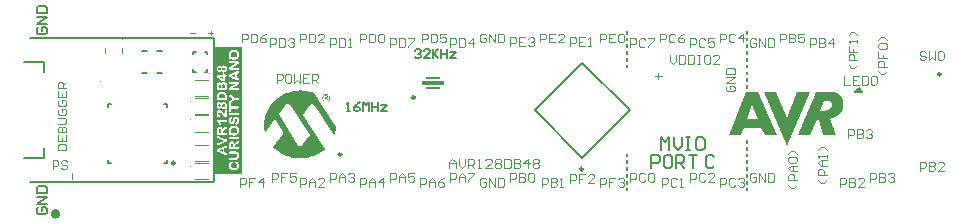
<source format=gto>
G04*
G04 #@! TF.GenerationSoftware,Altium Limited,Altium Designer,20.1.11 (218)*
G04*
G04 Layer_Color=65535*
%FSLAX43Y43*%
%MOMM*%
G71*
G04*
G04 #@! TF.SameCoordinates,BD5628E5-7E1B-49FB-A763-C87F1538D8A8*
G04*
G04*
G04 #@! TF.FilePolarity,Positive*
G04*
G01*
G75*
%ADD10C,0.254*%
%ADD11C,0.100*%
%ADD12C,0.250*%
%ADD13C,0.400*%
%ADD14C,0.150*%
%ADD15C,0.200*%
%ADD16C,0.153*%
%ADD17C,0.112*%
%ADD18C,0.125*%
%ADD19R,1.900X0.350*%
%ADD20R,1.200X0.150*%
%ADD21R,0.093X0.254*%
G36*
X21995Y4785D02*
X20708D01*
D01*
X19589D01*
Y15535D01*
X20708D01*
X21995D01*
Y4785D01*
D02*
G37*
G36*
X57333Y13064D02*
X57594D01*
Y12954D01*
X57333D01*
Y12690D01*
X57222D01*
Y12954D01*
X56961D01*
Y13064D01*
X57222D01*
Y13325D01*
X57333D01*
Y13064D01*
D02*
G37*
G36*
X68111Y7167D02*
X66187Y11666D01*
X67236D01*
X68111Y9500D01*
X69007Y11666D01*
X70057D01*
X68111Y7167D01*
D02*
G37*
G36*
X72156Y11662D02*
X72181Y11657D01*
X72214Y11653D01*
X72252Y11645D01*
X72294Y11632D01*
X72339Y11616D01*
X72381Y11595D01*
X72385Y11591D01*
X72402Y11587D01*
X72423Y11574D01*
X72448Y11557D01*
X72481Y11537D01*
X72518Y11507D01*
X72552Y11478D01*
X72589Y11445D01*
X72593Y11441D01*
X72606Y11428D01*
X72623Y11412D01*
X72648Y11387D01*
X72673Y11353D01*
X72702Y11320D01*
X72756Y11237D01*
X72760Y11233D01*
X72768Y11216D01*
X72781Y11195D01*
X72798Y11166D01*
X72814Y11128D01*
X72835Y11091D01*
X72868Y11003D01*
Y10999D01*
X72873Y10991D01*
X72877Y10974D01*
X72881Y10949D01*
X72885Y10920D01*
X72889Y10887D01*
X72898Y10849D01*
X72902Y10808D01*
X72910Y10712D01*
Y10604D01*
X72902Y10491D01*
X72881Y10370D01*
Y10366D01*
X72877Y10358D01*
X72873Y10341D01*
X72864Y10316D01*
X72856Y10291D01*
X72843Y10258D01*
X72814Y10183D01*
X72773Y10095D01*
X72714Y10008D01*
X72643Y9916D01*
X72602Y9870D01*
X72556Y9829D01*
X72548Y9825D01*
X72527Y9804D01*
X72493Y9779D01*
X72448Y9745D01*
X72393Y9708D01*
X72335Y9666D01*
X72269Y9625D01*
X72202Y9587D01*
X72194Y9583D01*
X72169Y9570D01*
X72131Y9554D01*
X72085Y9533D01*
X72027Y9508D01*
X71960Y9487D01*
X71885Y9466D01*
X71810Y9450D01*
X72277Y8029D01*
X71198D01*
X70873Y9329D01*
X70648D01*
X70086Y8029D01*
X69032D01*
X70165Y10683D01*
X70169Y10687D01*
X70173Y10703D01*
X70186Y10728D01*
X70198Y10766D01*
X70215Y10808D01*
X70236Y10853D01*
X70261Y10912D01*
X70286Y10970D01*
X70290Y10978D01*
X70298Y10999D01*
X70315Y11033D01*
X70332Y11074D01*
X70352Y11120D01*
X70377Y11174D01*
X70427Y11291D01*
Y11295D01*
X70431Y11299D01*
X70440Y11320D01*
X70452Y11357D01*
X70473Y11403D01*
X70494Y11462D01*
X70519Y11524D01*
X70544Y11595D01*
X70573Y11666D01*
X72139D01*
X72156Y11662D01*
D02*
G37*
G36*
X67245Y8033D02*
X66233Y8025D01*
X65953Y8658D01*
X64525D01*
X64262Y8021D01*
X63246D01*
X64650Y11666D01*
X65695D01*
X67245Y8033D01*
D02*
G37*
G36*
X29175Y11535D02*
X29218Y11527D01*
X29277Y11501D01*
X29337Y11459D01*
X29380Y11407D01*
X29414Y11331D01*
X29431Y11228D01*
Y11211D01*
X29422Y11177D01*
X29414Y11126D01*
X29397Y11066D01*
X29354Y11006D01*
X29303Y10955D01*
X29226Y10913D01*
X29124Y10896D01*
X29098D01*
X29073Y10904D01*
X29039D01*
X28962Y10938D01*
X28919Y10955D01*
X28885Y10989D01*
Y10998D01*
X28868Y11006D01*
X28842Y11058D01*
X28808Y11134D01*
X28800Y11177D01*
X28791Y11228D01*
Y11245D01*
X28800Y11279D01*
X28808Y11331D01*
X28834Y11390D01*
X28876Y11450D01*
X28936Y11501D01*
X29013Y11535D01*
X29124Y11544D01*
X29141D01*
X29175Y11535D01*
D02*
G37*
G36*
X27102Y11817D02*
X27170D01*
X27332Y11791D01*
X27511Y11766D01*
X27716Y11723D01*
X27921Y11663D01*
X28117Y11578D01*
X29934Y8694D01*
Y8686D01*
Y8669D01*
X29926Y8635D01*
Y8600D01*
X29909Y8498D01*
X29883Y8379D01*
Y8370D01*
X29875Y8353D01*
X29866Y8319D01*
X29858Y8276D01*
X29841Y8217D01*
X29823Y8157D01*
X29781Y8020D01*
X28202Y10495D01*
X28194Y10503D01*
X28185Y10520D01*
X28160Y10554D01*
X28126Y10588D01*
X28083Y10623D01*
X28032Y10657D01*
X27981Y10674D01*
X27921Y10682D01*
X27895D01*
X27870Y10674D01*
X27844Y10657D01*
X27801Y10640D01*
X27759Y10605D01*
X27716Y10563D01*
X27665Y10503D01*
X27144Y9778D01*
X28987Y6860D01*
X28979Y6851D01*
X28945Y6826D01*
X28902Y6792D01*
X28834Y6741D01*
X28748Y6681D01*
X28646Y6613D01*
X28527Y6544D01*
X28390Y6468D01*
X28245Y6391D01*
X28083Y6322D01*
X27904Y6254D01*
X27716Y6194D01*
X27520Y6152D01*
X27307Y6109D01*
X27076Y6084D01*
X26846Y6075D01*
X26786D01*
X26726Y6084D01*
X26633Y6092D01*
X26522Y6101D01*
X26394Y6126D01*
X26249Y6152D01*
X26095Y6194D01*
X25924Y6246D01*
X25754Y6305D01*
X25566Y6382D01*
X25378Y6468D01*
X25191Y6578D01*
X25003Y6706D01*
X24824Y6851D01*
X24645Y7014D01*
X25438Y8106D01*
X25447Y8114D01*
X25455Y8140D01*
X25464Y8157D01*
X25472Y8191D01*
X25481Y8225D01*
X25489Y8276D01*
Y8285D01*
Y8293D01*
X25481Y8353D01*
X25455Y8421D01*
X25404Y8498D01*
X24815Y9411D01*
X23954Y8199D01*
Y8217D01*
X23936Y8259D01*
X23919Y8336D01*
X23902Y8430D01*
X23885Y8549D01*
X23868Y8686D01*
X23860Y8831D01*
X23851Y8993D01*
Y9010D01*
X23851Y9044D01*
X23860Y9112D01*
X23868Y9198D01*
X23877Y9300D01*
X23902Y9420D01*
X23928Y9556D01*
X23971Y9710D01*
X24022Y9863D01*
X24082Y10025D01*
X24158Y10196D01*
X24252Y10375D01*
X24363Y10546D01*
X24483Y10716D01*
X24628Y10878D01*
X24798Y11041D01*
X24807Y11049D01*
X24841Y11075D01*
X24892Y11117D01*
X24960Y11160D01*
X25046Y11220D01*
X25148Y11288D01*
X25267Y11356D01*
X25404Y11433D01*
X25549Y11510D01*
X25711Y11578D01*
X25890Y11646D01*
X26078Y11706D01*
X26274Y11757D01*
X26487Y11791D01*
X26701Y11817D01*
X26931Y11826D01*
X27042D01*
X27102Y11817D01*
D02*
G37*
%LPC*%
G36*
X21743Y15259D02*
X20876D01*
Y14435D01*
Y14844D01*
X20877Y14809D01*
X20880Y14776D01*
X20886Y14747D01*
X20888Y14734D01*
X20891Y14721D01*
X20894Y14710D01*
X20896Y14700D01*
X20900Y14691D01*
X20902Y14684D01*
X20903Y14679D01*
X20905Y14674D01*
X20906Y14672D01*
Y14671D01*
X20919Y14644D01*
X20933Y14619D01*
X20948Y14598D01*
X20961Y14579D01*
X20974Y14563D01*
X20985Y14552D01*
X20988Y14549D01*
X20992Y14545D01*
X20993Y14544D01*
X20994Y14543D01*
X21016Y14524D01*
X21040Y14508D01*
X21062Y14495D01*
X21085Y14482D01*
X21103Y14473D01*
X21112Y14470D01*
X21118Y14468D01*
X21124Y14465D01*
X21129Y14463D01*
X21131Y14462D01*
X21132D01*
X21162Y14453D01*
X21193Y14446D01*
X21223Y14442D01*
X21250Y14439D01*
X21262Y14437D01*
X21273Y14436D01*
X21284D01*
X21291Y14435D01*
X21308D01*
X21342Y14436D01*
X21374Y14440D01*
X21404Y14443D01*
X21431Y14449D01*
X21442Y14451D01*
X21452Y14453D01*
X21461Y14455D01*
X21468Y14457D01*
X21474Y14459D01*
X21479Y14460D01*
X21481Y14461D01*
X21482D01*
X21511Y14472D01*
X21538Y14485D01*
X21562Y14498D01*
X21582Y14510D01*
X21599Y14522D01*
X21606Y14527D01*
X21611Y14531D01*
X21616Y14535D01*
X21619Y14537D01*
X21620Y14540D01*
X21621D01*
X21642Y14561D01*
X21660Y14582D01*
X21675Y14604D01*
X21688Y14625D01*
X21698Y14643D01*
X21702Y14651D01*
X21706Y14657D01*
X21708Y14662D01*
X21710Y14666D01*
X21711Y14669D01*
Y14670D01*
X21721Y14700D01*
X21729Y14730D01*
X21735Y14761D01*
X21738Y14788D01*
X21740Y14800D01*
Y14811D01*
X21742Y14821D01*
X21743Y14830D01*
Y14847D01*
X21742Y14883D01*
X21738Y14917D01*
X21733Y14946D01*
X21730Y14959D01*
X21727Y14972D01*
X21725Y14983D01*
X21722Y14993D01*
X21719Y15002D01*
X21717Y15009D01*
X21715Y15014D01*
X21713Y15019D01*
X21712Y15021D01*
Y15022D01*
X21699Y15050D01*
X21685Y15075D01*
X21670Y15098D01*
X21655Y15117D01*
X21643Y15132D01*
X21633Y15144D01*
X21628Y15147D01*
X21625Y15150D01*
X21624Y15151D01*
X21623Y15153D01*
X21600Y15172D01*
X21577Y15187D01*
X21553Y15202D01*
X21532Y15213D01*
X21513Y15221D01*
X21505Y15224D01*
X21498Y15228D01*
X21492Y15230D01*
X21488Y15231D01*
X21486Y15232D01*
X21484D01*
X21454Y15241D01*
X21424Y15248D01*
X21394Y15252D01*
X21367Y15256D01*
X21354Y15257D01*
X21344Y15258D01*
X21334D01*
X21325Y15259D01*
X21743D01*
D01*
D02*
G37*
G36*
Y14296D02*
X20876D01*
D01*
X20983D01*
X20965Y14295D01*
X20949Y14293D01*
X20935Y14288D01*
X20924Y14284D01*
X20915Y14279D01*
X20909Y14275D01*
X20905Y14272D01*
X20904Y14271D01*
X20895Y14262D01*
X20888Y14251D01*
X20883Y14240D01*
X20879Y14230D01*
X20877Y14221D01*
X20876Y14213D01*
Y13589D01*
Y13696D01*
X20877Y13685D01*
X20878Y13674D01*
X20882Y13664D01*
X20885Y13655D01*
X20888Y13647D01*
X20891Y13641D01*
X20893Y13638D01*
X20894Y13637D01*
X20901Y13628D01*
X20910Y13619D01*
X20918Y13612D01*
X20925Y13607D01*
X20932Y13602D01*
X20938Y13599D01*
X20942Y13598D01*
X20943Y13597D01*
X20952Y13594D01*
X20962Y13592D01*
X20984Y13590D01*
X20993Y13589D01*
X21637D01*
X21655Y13590D01*
X21671Y13592D01*
X21684Y13597D01*
X21696Y13601D01*
X21705Y13604D01*
X21710Y13609D01*
X21715Y13611D01*
X21716Y13612D01*
X21725Y13622D01*
X21731Y13632D01*
X21736Y13644D01*
X21739Y13654D01*
X21742Y13663D01*
X21743Y13671D01*
Y13677D01*
X21742Y13692D01*
X21738Y13704D01*
X21734Y13714D01*
X21729Y13725D01*
X21725Y13731D01*
X21720Y13737D01*
X21717Y13740D01*
X21716Y13741D01*
X21705Y13750D01*
X21691Y13756D01*
X21679Y13760D01*
X21666Y13764D01*
X21655Y13766D01*
X21645Y13767D01*
X21639D01*
X21637D01*
X21169D01*
X21643Y14057D01*
X21657Y14067D01*
X21671Y14076D01*
X21675Y14079D01*
X21679Y14082D01*
X21681Y14084D01*
X21682D01*
X21694Y14094D01*
X21705Y14103D01*
X21709Y14107D01*
X21712Y14111D01*
X21713Y14112D01*
X21715Y14113D01*
X21724Y14126D01*
X21730Y14139D01*
X21733Y14143D01*
X21735Y14147D01*
X21736Y14149D01*
Y14150D01*
X21739Y14165D01*
X21742Y14179D01*
X21743Y14185D01*
Y14094D01*
Y14194D01*
X21742Y14212D01*
X21737Y14227D01*
X21731Y14241D01*
X21725Y14253D01*
X21716Y14262D01*
X21706Y14271D01*
X21694Y14278D01*
X21683Y14284D01*
X21673Y14287D01*
X21662Y14290D01*
X21652Y14293D01*
X21643Y14295D01*
X21636D01*
X21629Y14296D01*
X21743D01*
D01*
D02*
G37*
G36*
X20707Y13947D02*
X19849D01*
Y13344D01*
D01*
Y13639D01*
X19850Y13610D01*
X19854Y13582D01*
X19859Y13557D01*
X19865Y13537D01*
X19871Y13519D01*
X19873Y13512D01*
X19876Y13507D01*
X19877Y13502D01*
X19879Y13499D01*
X19881Y13497D01*
Y13495D01*
X19893Y13474D01*
X19906Y13455D01*
X19920Y13439D01*
X19933Y13426D01*
X19946Y13416D01*
X19955Y13408D01*
X19961Y13403D01*
X19963Y13402D01*
X19964D01*
X19983Y13392D01*
X20003Y13384D01*
X20021Y13379D01*
X20038Y13375D01*
X20052Y13373D01*
X20064Y13371D01*
X20068D01*
X20071D01*
X20073D01*
X20074D01*
X20096Y13372D01*
X20116Y13375D01*
X20134Y13381D01*
X20151Y13389D01*
X20167Y13398D01*
X20180Y13407D01*
X20193Y13418D01*
X20204Y13428D01*
X20213Y13439D01*
X20221Y13449D01*
X20228Y13458D01*
X20233Y13467D01*
X20236Y13475D01*
X20240Y13481D01*
X20241Y13484D01*
X20242Y13485D01*
X20252Y13461D01*
X20265Y13438D01*
X20279Y13420D01*
X20295Y13403D01*
X20312Y13390D01*
X20329Y13379D01*
X20347Y13369D01*
X20363Y13362D01*
X20380Y13356D01*
X20396Y13352D01*
X20411Y13348D01*
X20423Y13346D01*
X20434Y13345D01*
X20442Y13344D01*
X19849D01*
X20449D01*
X20476Y13345D01*
X20500Y13350D01*
X20523Y13355D01*
X20542Y13362D01*
X20559Y13368D01*
X20565Y13371D01*
X20571Y13373D01*
X20576Y13375D01*
X20579Y13378D01*
X20580Y13379D01*
X20581D01*
X20602Y13393D01*
X20620Y13409D01*
X20637Y13427D01*
X20650Y13444D01*
X20661Y13458D01*
X20668Y13471D01*
X20671Y13475D01*
X20673Y13479D01*
X20674Y13481D01*
Y13482D01*
X20686Y13509D01*
X20693Y13537D01*
X20699Y13564D01*
X20702Y13590D01*
X20705Y13601D01*
Y13612D01*
X20706Y13621D01*
X20707Y13630D01*
Y13646D01*
X20706Y13680D01*
X20701Y13710D01*
X20696Y13737D01*
X20690Y13760D01*
X20687Y13771D01*
X20683Y13780D01*
X20681Y13787D01*
X20679Y13794D01*
X20677Y13800D01*
X20674Y13803D01*
X20673Y13805D01*
Y13806D01*
X20660Y13831D01*
X20644Y13851D01*
X20629Y13869D01*
X20614Y13884D01*
X20600Y13896D01*
X20590Y13904D01*
X20586Y13908D01*
X20582Y13910D01*
X20581Y13911D01*
X20580D01*
X20558Y13923D01*
X20534Y13932D01*
X20512Y13938D01*
X20491Y13942D01*
X20473Y13945D01*
X20467Y13946D01*
X20460Y13947D01*
X20707D01*
D02*
G37*
G36*
X21743Y13471D02*
X20876D01*
Y12689D01*
D01*
Y13076D01*
X20877Y13062D01*
X20878Y13050D01*
X20880Y13040D01*
X20883Y13031D01*
X20886Y13023D01*
X20888Y13017D01*
X20889Y13014D01*
X20891Y13013D01*
X20903Y12996D01*
X20909Y12988D01*
X20915Y12982D01*
X20921Y12978D01*
X20924Y12975D01*
X20928Y12972D01*
X20929Y12971D01*
X20947Y12961D01*
X20965Y12952D01*
X20973Y12949D01*
X20978Y12946D01*
X20983Y12945D01*
X20984Y12944D01*
X20995Y12940D01*
X21006Y12935D01*
X21015Y12932D01*
X21023Y12929D01*
X21030Y12926D01*
X21034Y12924D01*
X21038Y12923D01*
X21039D01*
X21570Y12713D01*
X21581Y12708D01*
X21591Y12705D01*
X21600Y12702D01*
X21607Y12700D01*
X21612Y12697D01*
X21617Y12696D01*
X21619Y12695D01*
X21620D01*
X21634Y12692D01*
X21645Y12691D01*
X21651Y12689D01*
X21657D01*
X21670Y12691D01*
X21681Y12694D01*
X21691Y12698D01*
X21700Y12703D01*
X21707Y12707D01*
X21712Y12712D01*
X21716Y12715D01*
X21717Y12716D01*
X21726Y12726D01*
X21731Y12738D01*
X21736Y12748D01*
X21739Y12758D01*
X21742Y12767D01*
X21743Y12774D01*
Y12779D01*
X21742Y12795D01*
X21739Y12807D01*
X21735Y12819D01*
X21730Y12826D01*
X21727Y12833D01*
X21722Y12838D01*
X21720Y12840D01*
X21719Y12841D01*
X21708Y12848D01*
X21694Y12856D01*
X21681Y12862D01*
X21666Y12869D01*
X21653Y12875D01*
X21642Y12879D01*
X21637Y12880D01*
X21634Y12881D01*
X21633Y12883D01*
X21632D01*
X21534Y12918D01*
Y13234D01*
X21634Y13272D01*
X21638Y13274D01*
X21645Y13277D01*
X21657Y13282D01*
X21664Y13286D01*
X21669Y13287D01*
X21672Y13289D01*
X21673D01*
X21682Y13293D01*
X21691Y13298D01*
X21698Y13301D01*
X21703Y13305D01*
X21708Y13308D01*
X21711Y13309D01*
X21712Y13311D01*
X21713D01*
X21722Y13320D01*
X21729Y13329D01*
X21734Y13336D01*
X21735Y13337D01*
Y13338D01*
X21739Y13352D01*
X21742Y13364D01*
X21743Y13370D01*
Y13378D01*
X21742Y13391D01*
X21738Y13403D01*
X21734Y13415D01*
X21729Y13425D01*
X21725Y13433D01*
X21720Y13438D01*
X21717Y13442D01*
X21716Y13443D01*
X21706Y13452D01*
X21696Y13458D01*
X21685Y13464D01*
X21675Y13467D01*
X21667Y13470D01*
X21662Y13471D01*
X21743D01*
D01*
D02*
G37*
G36*
X20708Y13282D02*
X20453D01*
D01*
X20446D01*
X20431Y13281D01*
X20417Y13278D01*
X20407Y13272D01*
X20399Y13266D01*
X20394Y13261D01*
X20389Y13255D01*
X20388Y13252D01*
X20387Y13251D01*
X20382Y13238D01*
X20378Y13226D01*
X20376Y13214D01*
X20375Y13201D01*
X20373Y13191D01*
X20372Y13183D01*
Y13164D01*
X19954D01*
X19934Y13163D01*
X19918Y13160D01*
X19903Y13155D01*
X19891Y13149D01*
X19879Y13142D01*
X19872Y13134D01*
X19864Y13125D01*
X19858Y13116D01*
X19854Y13106D01*
X19850Y13098D01*
X19848Y13089D01*
X19846Y13082D01*
Y13076D01*
X19845Y13071D01*
Y12615D01*
Y13067D01*
X19846Y13055D01*
X19848Y13045D01*
X19851Y13037D01*
X19855Y13030D01*
X19858Y13023D01*
X19862Y13018D01*
X19864Y13016D01*
X19865Y13015D01*
X19873Y13007D01*
X19883Y12999D01*
X19902Y12982D01*
X19910Y12976D01*
X19917Y12970D01*
X19921Y12967D01*
X19923Y12966D01*
X20334Y12668D01*
X20336Y12661D01*
X20340Y12655D01*
X20343Y12650D01*
X20345Y12649D01*
X20353Y12643D01*
X20361Y12638D01*
X20367Y12633D01*
X20368Y12632D01*
X20369D01*
X20379Y12627D01*
X20387Y12623D01*
X20393Y12621D01*
X20394Y12620D01*
X20395D01*
X20404Y12618D01*
X20412Y12616D01*
X20417Y12615D01*
X19845D01*
X20708D01*
X20419D01*
X20436Y12616D01*
X20450Y12620D01*
X20463Y12624D01*
X20473Y12630D01*
X20481Y12636D01*
X20488Y12640D01*
X20491Y12643D01*
X20492Y12644D01*
X20501Y12657D01*
X20508Y12671D01*
X20513Y12686D01*
X20516Y12700D01*
X20518Y12712D01*
X20519Y12723D01*
Y13002D01*
X20613D01*
X20628Y13003D01*
X20643Y13005D01*
X20655Y13008D01*
X20665Y13013D01*
X20673Y13016D01*
X20679Y13019D01*
X20682Y13022D01*
X20683Y13023D01*
X20691Y13032D01*
X20698Y13042D01*
X20702Y13052D01*
X20705Y13061D01*
X20707Y13070D01*
X20708Y13077D01*
Y13082D01*
X20707Y13096D01*
X20705Y13107D01*
X20700Y13117D01*
X20696Y13126D01*
X20692Y13133D01*
X20688Y13137D01*
X20686Y13141D01*
X20684Y13142D01*
X20674Y13150D01*
X20663Y13155D01*
X20651Y13159D01*
X20640Y13162D01*
X20628Y13163D01*
X20620Y13164D01*
X20615D01*
X20613D01*
X20519D01*
Y13186D01*
X20518Y13202D01*
X20517Y13216D01*
X20514Y13228D01*
X20510Y13238D01*
X20508Y13246D01*
X20505Y13252D01*
X20504Y13255D01*
X20503Y13256D01*
X20495Y13265D01*
X20486Y13271D01*
X20477Y13275D01*
X20468Y13279D01*
X20460Y13281D01*
X20453Y13282D01*
X20708D01*
D02*
G37*
G36*
X20695Y12554D02*
D01*
Y12236D01*
X20693Y12258D01*
X20692Y12278D01*
X20691Y12295D01*
Y12309D01*
X20690Y12319D01*
X20689Y12326D01*
Y12328D01*
X20686Y12346D01*
X20682Y12362D01*
X20679Y12376D01*
X20675Y12389D01*
X20672Y12399D01*
X20669Y12406D01*
X20668Y12411D01*
X20666Y12412D01*
X20655Y12436D01*
X20642Y12457D01*
X20627Y12475D01*
X20614Y12490D01*
X20600Y12501D01*
X20590Y12510D01*
X20583Y12514D01*
X20582Y12517D01*
X20581D01*
X20559Y12529D01*
X20536Y12538D01*
X20514Y12545D01*
X20494Y12549D01*
X20477Y12551D01*
X20469Y12552D01*
X20463Y12554D01*
X20695D01*
X20451D01*
X20423Y12551D01*
X20397Y12547D01*
X20375Y12539D01*
X20353Y12529D01*
X20335Y12517D01*
X20318Y12502D01*
X20304Y12487D01*
X20292Y12473D01*
X20281Y12458D01*
X20272Y12444D01*
X20265Y12429D01*
X20259Y12418D01*
X20256Y12406D01*
X20252Y12399D01*
X20250Y12394D01*
Y12392D01*
X20240Y12413D01*
X20229Y12432D01*
X20215Y12449D01*
X20202Y12463D01*
X20187Y12475D01*
X20173Y12484D01*
X20157Y12493D01*
X20142Y12499D01*
X20129Y12504D01*
X20115Y12508D01*
X20103Y12511D01*
X20093Y12512D01*
X20084Y12513D01*
X20077Y12514D01*
X20073D01*
X20071D01*
X20058D01*
X20045Y12512D01*
X20033Y12511D01*
X20022Y12509D01*
X20013Y12506D01*
X20006Y12504D01*
X20002Y12503D01*
X20001Y12502D01*
X19977Y12491D01*
X19966Y12485D01*
X19957Y12479D01*
X19949Y12474D01*
X19943Y12469D01*
X19940Y12467D01*
X19939Y12466D01*
X19929Y12457D01*
X19921Y12449D01*
X19914Y12441D01*
X19909Y12433D01*
X19904Y12427D01*
X19902Y12422D01*
X19900Y12419D01*
Y12418D01*
X19890Y12402D01*
X19882Y12386D01*
X19875Y12372D01*
X19871Y12359D01*
X19867Y12348D01*
X19864Y12339D01*
X19863Y12334D01*
Y12331D01*
X19860Y12314D01*
X19858Y12296D01*
X19857Y12278D01*
X19856Y12263D01*
X19855Y12248D01*
Y11852D01*
Y11963D01*
X19856Y11943D01*
X19859Y11925D01*
X19864Y11910D01*
X19868Y11899D01*
X19873Y11889D01*
X19877Y11883D01*
X19881Y11879D01*
X19882Y11878D01*
X19893Y11869D01*
X19906Y11863D01*
X19921Y11859D01*
X19934Y11855D01*
X19948Y11853D01*
X19958Y11852D01*
X20582D01*
X20602Y11853D01*
X20620Y11856D01*
X20635Y11860D01*
X20646Y11865D01*
X20656Y11870D01*
X20662Y11873D01*
X20666Y11877D01*
X20668Y11878D01*
X20677Y11889D01*
X20683Y11902D01*
X20688Y11916D01*
X20691Y11930D01*
X20693Y11943D01*
X20695Y11953D01*
Y11902D01*
Y12554D01*
D02*
G37*
G36*
X21743Y12572D02*
X20876D01*
Y11864D01*
Y11972D01*
X20877Y11961D01*
X20878Y11950D01*
X20882Y11939D01*
X20885Y11930D01*
X20888Y11923D01*
X20891Y11917D01*
X20893Y11914D01*
X20894Y11913D01*
X20901Y11904D01*
X20910Y11895D01*
X20918Y11888D01*
X20925Y11882D01*
X20932Y11878D01*
X20938Y11874D01*
X20942Y11873D01*
X20943Y11872D01*
X20952Y11870D01*
X20962Y11868D01*
X20984Y11865D01*
X20993Y11864D01*
X21637D01*
X21655Y11865D01*
X21671Y11868D01*
X21684Y11872D01*
X21696Y11877D01*
X21705Y11880D01*
X21710Y11884D01*
X21715Y11887D01*
X21716Y11888D01*
X21725Y11898D01*
X21731Y11908D01*
X21736Y11919D01*
X21739Y11929D01*
X21742Y11938D01*
X21743Y11946D01*
Y11953D01*
X21742Y11968D01*
X21738Y11980D01*
X21734Y11990D01*
X21729Y12000D01*
X21725Y12007D01*
X21720Y12012D01*
X21717Y12016D01*
X21716Y12017D01*
X21705Y12026D01*
X21691Y12032D01*
X21679Y12036D01*
X21666Y12039D01*
X21655Y12042D01*
X21645Y12043D01*
X21639D01*
X21637D01*
X21169D01*
X21643Y12332D01*
X21657Y12342D01*
X21671Y12351D01*
X21675Y12355D01*
X21679Y12357D01*
X21681Y12359D01*
X21682D01*
X21694Y12369D01*
X21705Y12378D01*
X21709Y12383D01*
X21712Y12386D01*
X21713Y12387D01*
X21715Y12389D01*
X21724Y12402D01*
X21730Y12414D01*
X21733Y12419D01*
X21735Y12422D01*
X21736Y12424D01*
Y12426D01*
X21739Y12440D01*
X21742Y12455D01*
X21743Y12460D01*
Y12469D01*
X21742Y12487D01*
X21737Y12503D01*
X21731Y12517D01*
X21725Y12529D01*
X21716Y12538D01*
X21706Y12547D01*
X21694Y12554D01*
X21683Y12559D01*
X21673Y12563D01*
X21662Y12566D01*
X21652Y12568D01*
X21643Y12570D01*
X21636D01*
X21629Y12572D01*
X21743D01*
D01*
D02*
G37*
G36*
X20695Y11712D02*
Y11343D01*
X20693Y11362D01*
X20692Y11380D01*
X20691Y11395D01*
X20690Y11407D01*
X20689Y11417D01*
X20688Y11423D01*
Y11425D01*
X20684Y11442D01*
X20680Y11458D01*
X20677Y11472D01*
X20672Y11486D01*
X20668Y11496D01*
X20665Y11505D01*
X20663Y11509D01*
X20662Y11512D01*
X20654Y11526D01*
X20645Y11541D01*
X20636Y11554D01*
X20627Y11567D01*
X20618Y11576D01*
X20611Y11584D01*
X20607Y11589D01*
X20606Y11590D01*
X20592Y11605D01*
X20579Y11617D01*
X20564Y11628D01*
X20552Y11639D01*
X20540Y11646D01*
X20531Y11652D01*
X20525Y11655D01*
X20523Y11657D01*
X20504Y11667D01*
X20483Y11675D01*
X20466Y11682D01*
X20448Y11688D01*
X20433Y11692D01*
X20421Y11696D01*
X20416Y11697D01*
X20413D01*
X20412Y11698D01*
X20411D01*
X20387Y11703D01*
X20362Y11706D01*
X20340Y11708D01*
X20318Y11710D01*
X20300D01*
X20293Y11712D01*
X20274D01*
X20232Y11710D01*
X20194Y11706D01*
X20158Y11700D01*
X20125Y11691D01*
X20095Y11682D01*
X20068Y11671D01*
X20043Y11660D01*
X20021Y11648D01*
X20002Y11635D01*
X19985Y11624D01*
X19972Y11613D01*
X19960Y11604D01*
X19951Y11596D01*
X19945Y11589D01*
X19941Y11585D01*
X19940Y11584D01*
X19922Y11562D01*
X19908Y11542D01*
X19895Y11522D01*
X19886Y11504D01*
X19879Y11488D01*
X19875Y11477D01*
X19874Y11472D01*
X19873Y11469D01*
X19872Y11467D01*
Y11466D01*
X19866Y11441D01*
X19862Y11416D01*
X19859Y11392D01*
X19857Y11369D01*
X19856Y11349D01*
X19855Y11340D01*
Y11343D01*
Y11103D01*
X19856Y11083D01*
X19859Y11065D01*
X19864Y11050D01*
X19868Y11039D01*
X19874Y11029D01*
X19878Y11023D01*
X19882Y11019D01*
X19883Y11018D01*
X19894Y11009D01*
X19908Y11002D01*
X19922Y10998D01*
X19936Y10994D01*
X19948Y10992D01*
X19958Y10991D01*
X20582D01*
X20596Y10992D01*
X20608Y10993D01*
X20618Y10994D01*
X20626Y10995D01*
X20632Y10996D01*
X20636Y10998D01*
X20637D01*
X20646Y11001D01*
X20655Y11007D01*
X20663Y11012D01*
X20669Y11018D01*
X20673Y11022D01*
X20677Y11027D01*
X20679Y11030D01*
X20680Y11031D01*
X20684Y11042D01*
X20688Y11055D01*
X20691Y11067D01*
X20692Y11079D01*
X20693Y11090D01*
X20695Y11099D01*
Y10991D01*
D01*
Y11712D01*
D02*
G37*
G36*
X21743Y11463D02*
X20876D01*
D01*
X20956D01*
X20944Y11462D01*
X20933Y11460D01*
X20924Y11456D01*
X20916Y11451D01*
X20910Y11447D01*
X20905Y11442D01*
X20902Y11440D01*
X20901Y11439D01*
X20893Y11430D01*
X20886Y11420D01*
X20882Y11410D01*
X20879Y11399D01*
X20877Y11392D01*
X20876Y11385D01*
Y10776D01*
D01*
Y10864D01*
X20877Y10850D01*
X20879Y10838D01*
X20884Y10828D01*
X20888Y10819D01*
X20893Y10811D01*
X20897Y10806D01*
X20900Y10802D01*
X20901Y10801D01*
X20910Y10793D01*
X20920Y10786D01*
X20929Y10782D01*
X20938Y10780D01*
X20946Y10777D01*
X20951Y10776D01*
X20957D01*
X20973Y10779D01*
X20987Y10782D01*
X20994Y10784D01*
X20998Y10785D01*
X21002Y10788D01*
X21003D01*
X21012Y10793D01*
X21022Y10799D01*
X21032Y10804D01*
X21041Y10811D01*
X21049Y10816D01*
X21054Y10820D01*
X21059Y10824D01*
X21060Y10825D01*
X21376Y11024D01*
X21632D01*
X21651Y11026D01*
X21667Y11028D01*
X21682Y11032D01*
X21693Y11037D01*
X21702Y11041D01*
X21709Y11046D01*
X21713Y11048D01*
X21715Y11049D01*
X21724Y11059D01*
X21730Y11071D01*
X21736Y11082D01*
X21739Y11093D01*
X21742Y11103D01*
X21743Y11111D01*
Y11118D01*
X21742Y11132D01*
X21738Y11146D01*
X21734Y11158D01*
X21728Y11167D01*
X21724Y11175D01*
X21719Y11182D01*
X21716Y11185D01*
X21715Y11186D01*
X21702Y11195D01*
X21689Y11202D01*
X21675Y11206D01*
X21662Y11210D01*
X21651Y11212D01*
X21641Y11213D01*
X21634D01*
X21633D01*
X21632D01*
X21376D01*
X21070Y11410D01*
X21054Y11421D01*
X21041Y11430D01*
X21029Y11436D01*
X21020Y11443D01*
X21012Y11447D01*
X21007Y11450D01*
X21004Y11452D01*
X21003D01*
X20986Y11459D01*
X20970Y11462D01*
X20965Y11463D01*
X21743D01*
D01*
D02*
G37*
G36*
X20707Y10859D02*
X19849D01*
X20448D01*
X20430Y10858D01*
X20412Y10857D01*
X20396Y10854D01*
X20382Y10852D01*
X20371Y10848D01*
X20362Y10845D01*
X20358Y10844D01*
X20355Y10843D01*
X20341Y10836D01*
X20326Y10828D01*
X20314Y10819D01*
X20304Y10811D01*
X20295Y10803D01*
X20288Y10798D01*
X20284Y10793D01*
X20283Y10792D01*
X20271Y10780D01*
X20262Y10766D01*
X20256Y10754D01*
X20250Y10743D01*
X20245Y10733D01*
X20243Y10724D01*
X20241Y10719D01*
Y10717D01*
X20233Y10736D01*
X20224Y10752D01*
X20214Y10766D01*
X20203Y10777D01*
X20194Y10786D01*
X20186Y10793D01*
X20180Y10798D01*
X20178Y10799D01*
X20160Y10809D01*
X20142Y10817D01*
X20125Y10821D01*
X20110Y10826D01*
X20095Y10828D01*
X20085Y10829D01*
X20080D01*
X20077D01*
X20076D01*
X20075D01*
X20059Y10828D01*
X20043Y10827D01*
X20029Y10824D01*
X20016Y10821D01*
X20005Y10818D01*
X19997Y10815D01*
X19993Y10813D01*
X19991Y10812D01*
X19976Y10806D01*
X19963Y10797D01*
X19950Y10789D01*
X19939Y10780D01*
X19931Y10772D01*
X19924Y10765D01*
X19920Y10761D01*
X19919Y10760D01*
X19908Y10746D01*
X19897Y10731D01*
X19888Y10717D01*
X19882Y10702D01*
X19876Y10691D01*
X19872Y10681D01*
X19869Y10674D01*
X19868Y10673D01*
Y10672D01*
X19862Y10652D01*
X19857Y10630D01*
X19854Y10611D01*
X19851Y10592D01*
X19850Y10575D01*
X19849Y10563D01*
Y10552D01*
X19850Y10523D01*
X19854Y10495D01*
X19859Y10470D01*
X19865Y10450D01*
X19871Y10432D01*
X19873Y10425D01*
X19876Y10419D01*
X19877Y10415D01*
X19879Y10411D01*
X19881Y10409D01*
Y10408D01*
X19893Y10387D01*
X19906Y10368D01*
X19920Y10352D01*
X19933Y10339D01*
X19946Y10328D01*
X19955Y10321D01*
X19961Y10316D01*
X19963Y10315D01*
X19964D01*
X19983Y10305D01*
X20003Y10297D01*
X20021Y10291D01*
X20038Y10288D01*
X20052Y10286D01*
X20064Y10283D01*
X20068D01*
X20071D01*
X20073D01*
X20074D01*
X20096Y10285D01*
X20116Y10288D01*
X20134Y10294D01*
X20151Y10301D01*
X20167Y10310D01*
X20180Y10319D01*
X20193Y10331D01*
X20204Y10341D01*
X20213Y10352D01*
X20221Y10362D01*
X20228Y10371D01*
X20233Y10380D01*
X20236Y10388D01*
X20240Y10394D01*
X20241Y10397D01*
X20242Y10398D01*
X20252Y10373D01*
X20265Y10351D01*
X20279Y10333D01*
X20295Y10316D01*
X20312Y10303D01*
X20329Y10291D01*
X20347Y10281D01*
X20363Y10275D01*
X20380Y10269D01*
X20396Y10264D01*
X20411Y10261D01*
X20423Y10259D01*
X20434Y10258D01*
X20442Y10257D01*
X19849D01*
X20449D01*
X20476Y10258D01*
X20500Y10262D01*
X20523Y10268D01*
X20542Y10275D01*
X20559Y10280D01*
X20565Y10283D01*
X20571Y10286D01*
X20576Y10288D01*
X20579Y10290D01*
X20580Y10291D01*
X20581D01*
X20602Y10306D01*
X20620Y10322D01*
X20637Y10340D01*
X20650Y10356D01*
X20661Y10371D01*
X20668Y10383D01*
X20671Y10388D01*
X20673Y10391D01*
X20674Y10394D01*
Y10395D01*
X20686Y10422D01*
X20693Y10450D01*
X20699Y10477D01*
X20702Y10502D01*
X20705Y10514D01*
Y10525D01*
X20706Y10534D01*
X20707Y10543D01*
Y10298D01*
Y10559D01*
X20706Y10592D01*
X20701Y10623D01*
X20696Y10649D01*
X20690Y10673D01*
X20687Y10683D01*
X20683Y10692D01*
X20681Y10700D01*
X20679Y10707D01*
X20677Y10712D01*
X20674Y10716D01*
X20673Y10718D01*
Y10719D01*
X20660Y10744D01*
X20644Y10764D01*
X20629Y10782D01*
X20614Y10797D01*
X20600Y10809D01*
X20590Y10817D01*
X20586Y10820D01*
X20582Y10822D01*
X20581Y10824D01*
X20580D01*
X20558Y10836D01*
X20534Y10845D01*
X20512Y10850D01*
X20491Y10855D01*
X20473Y10857D01*
X20467Y10858D01*
X20460Y10859D01*
X20707D01*
D02*
G37*
G36*
X21743Y10752D02*
X20889D01*
Y10033D01*
D01*
Y10129D01*
X20891Y10113D01*
X20893Y10098D01*
X20896Y10087D01*
X20901Y10077D01*
X20905Y10068D01*
X20909Y10062D01*
X20911Y10059D01*
X20912Y10058D01*
X20921Y10050D01*
X20930Y10043D01*
X20940Y10039D01*
X20949Y10037D01*
X20958Y10034D01*
X20965Y10033D01*
X20970D01*
X20983Y10034D01*
X20994Y10037D01*
X21004Y10041D01*
X21012Y10045D01*
X21019Y10049D01*
X21023Y10053D01*
X21026Y10056D01*
X21028Y10057D01*
X21034Y10067D01*
X21040Y10078D01*
X21043Y10090D01*
X21047Y10102D01*
X21048Y10113D01*
X21049Y10121D01*
Y10298D01*
X21632D01*
X21651Y10299D01*
X21667Y10303D01*
X21682Y10306D01*
X21693Y10312D01*
X21702Y10316D01*
X21709Y10319D01*
X21713Y10323D01*
X21715Y10324D01*
X21724Y10334D01*
X21730Y10345D01*
X21736Y10356D01*
X21739Y10368D01*
X21742Y10378D01*
X21743Y10386D01*
Y10392D01*
X21742Y10407D01*
X21738Y10420D01*
X21734Y10432D01*
X21728Y10442D01*
X21724Y10450D01*
X21719Y10455D01*
X21716Y10459D01*
X21715Y10460D01*
X21703Y10469D01*
X21690Y10475D01*
X21676Y10480D01*
X21663Y10483D01*
X21651Y10486D01*
X21641Y10487D01*
X21634D01*
X21633D01*
X21632D01*
X21049D01*
Y10654D01*
X21048Y10671D01*
X21045Y10685D01*
X21042Y10698D01*
X21038Y10709D01*
X21034Y10717D01*
X21031Y10722D01*
X21029Y10726D01*
X21028Y10727D01*
X21019Y10735D01*
X21010Y10742D01*
X20999Y10746D01*
X20990Y10748D01*
X20983Y10751D01*
X20976Y10752D01*
X21743D01*
D01*
D02*
G37*
G36*
X20624Y10172D02*
X20618D01*
X20606Y10171D01*
X20595Y10168D01*
X20586Y10163D01*
X20577Y10159D01*
X20571Y10154D01*
X20565Y10150D01*
X20563Y10147D01*
X20562Y10145D01*
X20555Y10134D01*
X20550Y10122D01*
X20546Y10109D01*
X20543Y10098D01*
X20542Y10087D01*
X20541Y10078D01*
Y9792D01*
X20536Y9801D01*
X20531Y9810D01*
X20525Y9815D01*
X20524Y9816D01*
X20523Y9818D01*
X20515Y9823D01*
X20507Y9831D01*
X20491Y9848D01*
X20473Y9866D01*
X20457Y9885D01*
X20442Y9902D01*
X20435Y9910D01*
X20430Y9916D01*
X20425Y9922D01*
X20422Y9926D01*
X20419Y9929D01*
X20418Y9930D01*
X20406Y9946D01*
X20395Y9959D01*
X20373Y9984D01*
X20357Y10005D01*
X20342Y10022D01*
X20331Y10034D01*
X20323Y10043D01*
X20318Y10049D01*
X20317Y10050D01*
X20304Y10063D01*
X20288Y10077D01*
X20274Y10089D01*
X20259Y10101D01*
X20245Y10109D01*
X20235Y10117D01*
X20231Y10120D01*
X20228Y10122D01*
X20226Y10123D01*
X20225D01*
X20203Y10135D01*
X20180Y10144D01*
X20158Y10150D01*
X20138Y10154D01*
X20121Y10157D01*
X20113Y10158D01*
X20107Y10159D01*
X20102D01*
X20098D01*
X20096D01*
X20095D01*
X20078Y10158D01*
X20061Y10157D01*
X20047Y10153D01*
X20033Y10150D01*
X20022Y10147D01*
X20014Y10144D01*
X20009Y10142D01*
X20006Y10141D01*
X19991Y10134D01*
X19976Y10126D01*
X19964Y10118D01*
X19952Y10111D01*
X19943Y10104D01*
X19937Y10098D01*
X19932Y10094D01*
X19931Y10093D01*
X19919Y10080D01*
X19909Y10068D01*
X19900Y10056D01*
X19892Y10044D01*
X19886Y10034D01*
X19882Y10026D01*
X19879Y10022D01*
X19878Y10020D01*
X19869Y9995D01*
X19863Y9970D01*
X19857Y9944D01*
X19854Y9921D01*
X19851Y9901D01*
Y9892D01*
X19850Y9884D01*
Y9576D01*
Y9869D01*
X19851Y9842D01*
X19854Y9819D01*
X19857Y9796D01*
X19862Y9778D01*
X19866Y9763D01*
X19869Y9751D01*
X19871Y9747D01*
X19872Y9743D01*
X19873Y9742D01*
Y9741D01*
X19882Y9722D01*
X19891Y9704D01*
X19900Y9690D01*
X19910Y9676D01*
X19918Y9666D01*
X19924Y9658D01*
X19929Y9654D01*
X19930Y9651D01*
X19943Y9639D01*
X19958Y9628D01*
X19970Y9618D01*
X19983Y9611D01*
X19994Y9604D01*
X20002Y9600D01*
X20007Y9598D01*
X20010Y9596D01*
X20025Y9591D01*
X20041Y9586D01*
X20056Y9583D01*
X20068Y9581D01*
X20079Y9580D01*
X20087Y9578D01*
X20092D01*
X20094D01*
X20107Y9580D01*
X20119Y9582D01*
X20129Y9585D01*
X20137Y9590D01*
X20143Y9593D01*
X20148Y9596D01*
X20151Y9599D01*
X20152Y9600D01*
X20159Y9609D01*
X20165Y9618D01*
X20168Y9627D01*
X20171Y9636D01*
X20173Y9644D01*
X20174Y9649D01*
Y9655D01*
X20173Y9668D01*
X20170Y9679D01*
X20167Y9690D01*
X20162Y9697D01*
X20158Y9704D01*
X20155Y9709D01*
X20152Y9711D01*
X20151Y9712D01*
X20142Y9719D01*
X20132Y9726D01*
X20112Y9735D01*
X20104Y9739D01*
X20096Y9741D01*
X20092Y9743D01*
X20091D01*
X20077Y9748D01*
X20067Y9752D01*
X20059Y9755D01*
X20053Y9758D01*
X20050Y9759D01*
X20047Y9760D01*
X20046Y9761D01*
X20036Y9769D01*
X20025Y9777D01*
X20018Y9785D01*
X20011Y9794D01*
X20001Y9811D01*
X19994Y9828D01*
X19990Y9843D01*
X19987Y9855D01*
X19986Y9859D01*
Y9866D01*
X19987Y9877D01*
X19988Y9888D01*
X19991Y9898D01*
X19993Y9907D01*
X19996Y9914D01*
X19998Y9920D01*
X20000Y9923D01*
X20001Y9924D01*
X20006Y9934D01*
X20013Y9942D01*
X20020Y9950D01*
X20027Y9956D01*
X20032Y9960D01*
X20037Y9964D01*
X20040Y9966D01*
X20041Y9967D01*
X20050Y9973D01*
X20060Y9976D01*
X20070Y9979D01*
X20079Y9980D01*
X20087Y9981D01*
X20093Y9983D01*
X20097D01*
X20098D01*
X20110Y9981D01*
X20121Y9980D01*
X20132Y9978D01*
X20141Y9975D01*
X20149Y9971D01*
X20156Y9969D01*
X20160Y9968D01*
X20161Y9967D01*
X20174Y9961D01*
X20185Y9953D01*
X20196Y9947D01*
X20205Y9940D01*
X20214Y9933D01*
X20220Y9928D01*
X20224Y9924D01*
X20225Y9923D01*
X20236Y9912D01*
X20248Y9900D01*
X20259Y9887D01*
X20268Y9876D01*
X20276Y9866D01*
X20281Y9858D01*
X20286Y9852D01*
X20287Y9850D01*
X20296Y9838D01*
X20306Y9824D01*
X20318Y9810D01*
X20331Y9795D01*
X20343Y9782D01*
X20352Y9772D01*
X20355Y9767D01*
X20359Y9764D01*
X20360Y9763D01*
X20361Y9761D01*
X20382Y9739D01*
X20405Y9717D01*
X20426Y9695D01*
X20446Y9676D01*
X20464Y9659D01*
X20471Y9653D01*
X20478Y9646D01*
X20483Y9641D01*
X20487Y9638D01*
X20489Y9636D01*
X20490Y9635D01*
X20509Y9617D01*
X20519Y9610D01*
X20528Y9603D01*
X20536Y9599D01*
X20543Y9595D01*
X20547Y9593D01*
X20549Y9592D01*
X20561Y9586D01*
X20572Y9583D01*
X20582Y9580D01*
X20591Y9578D01*
X20598Y9577D01*
X20602Y9576D01*
X19850D01*
X20695D01*
Y10087D01*
X20693Y10102D01*
X20691Y10115D01*
X20688Y10126D01*
X20683Y10135D01*
X20680Y10142D01*
X20677Y10147D01*
X20674Y10150D01*
X20673Y10151D01*
X20664Y10158D01*
X20655Y10163D01*
X20646Y10167D01*
X20637Y10170D01*
X20629Y10171D01*
X20624Y10172D01*
D02*
G37*
G36*
X21743Y9943D02*
X20876D01*
Y9755D01*
D01*
Y9847D01*
X20877Y9832D01*
X20880Y9820D01*
X20885Y9809D01*
X20891Y9799D01*
X20896Y9791D01*
X20901Y9785D01*
X20904Y9782D01*
X20905Y9781D01*
X20916Y9772D01*
X20930Y9766D01*
X20943Y9761D01*
X20957Y9758D01*
X20969Y9756D01*
X20979Y9755D01*
X21632D01*
X21651Y9756D01*
X21667Y9759D01*
X21681Y9763D01*
X21693Y9768D01*
X21702Y9773D01*
X21709Y9776D01*
X21713Y9779D01*
X21715Y9781D01*
X21724Y9791D01*
X21730Y9802D01*
X21736Y9813D01*
X21739Y9823D01*
X21742Y9832D01*
X21743Y9840D01*
Y9847D01*
X21742Y9863D01*
X21738Y9876D01*
X21734Y9888D01*
X21728Y9898D01*
X21724Y9906D01*
X21719Y9912D01*
X21716Y9915D01*
X21715Y9916D01*
X21703Y9925D01*
X21690Y9932D01*
X21676Y9937D01*
X21663Y9940D01*
X21651Y9942D01*
X21641Y9943D01*
X21743D01*
D01*
D02*
G37*
G36*
X20597Y9319D02*
X19948D01*
X19932Y9318D01*
X19919Y9316D01*
X19906Y9312D01*
X19896Y9309D01*
X19888Y9305D01*
X19882Y9301D01*
X19878Y9299D01*
X19877Y9298D01*
X19868Y9289D01*
X19862Y9280D01*
X19857Y9271D01*
X19854Y9261D01*
X19851Y9253D01*
X19850Y9246D01*
Y9319D01*
D01*
Y8894D01*
D01*
Y9230D01*
X19853Y9221D01*
X19854Y9214D01*
X19856Y9208D01*
X19858Y9203D01*
X19860Y9200D01*
X19862Y9199D01*
X19863Y9198D01*
X19868Y9193D01*
X19876Y9187D01*
X19886Y9180D01*
X19895Y9172D01*
X19904Y9165D01*
X19912Y9161D01*
X19917Y9156D01*
X19919Y9155D01*
X19934Y9144D01*
X19949Y9132D01*
X19961Y9120D01*
X19974Y9109D01*
X19983Y9100D01*
X19991Y9092D01*
X19995Y9088D01*
X19996Y9086D01*
X20009Y9070D01*
X20021Y9053D01*
X20032Y9035D01*
X20041Y9018D01*
X20050Y9004D01*
X20056Y8991D01*
X20058Y8987D01*
X20060Y8983D01*
X20061Y8981D01*
Y8980D01*
X20069Y8964D01*
X20076Y8951D01*
X20083Y8939D01*
X20088Y8930D01*
X20093Y8923D01*
X20095Y8917D01*
X20097Y8915D01*
X20098Y8914D01*
X20105Y8907D01*
X20112Y8903D01*
X20120Y8898D01*
X20128Y8896D01*
X20135Y8895D01*
X20141Y8894D01*
X19850D01*
X20147D01*
X20157Y8895D01*
X20167Y8897D01*
X20176Y8900D01*
X20184Y8905D01*
X20189Y8908D01*
X20194Y8912D01*
X20197Y8914D01*
X20198Y8915D01*
X20205Y8923D01*
X20211Y8932D01*
X20214Y8940D01*
X20217Y8948D01*
X20219Y8954D01*
X20220Y8960D01*
Y8964D01*
X20219Y8976D01*
X20215Y8987D01*
X20210Y9000D01*
X20203Y9015D01*
X20194Y9029D01*
X20185Y9044D01*
X20165Y9074D01*
X20155Y9088D01*
X20146Y9101D01*
X20135Y9113D01*
X20128Y9124D01*
X20121Y9132D01*
X20115Y9138D01*
X20112Y9143D01*
X20111Y9144D01*
X20607D01*
X20624Y9145D01*
X20640Y9147D01*
X20653Y9152D01*
X20663Y9156D01*
X20671Y9160D01*
X20678Y9164D01*
X20681Y9166D01*
X20682Y9168D01*
X20691Y9177D01*
X20697Y9188D01*
X20701Y9198D01*
X20705Y9208D01*
X20707Y9217D01*
X20708Y9224D01*
Y9230D01*
X20707Y9246D01*
X20702Y9260D01*
X20697Y9272D01*
X20689Y9282D01*
X20680Y9290D01*
X20669Y9298D01*
X20659Y9303D01*
X20646Y9308D01*
X20624Y9315D01*
X20614Y9317D01*
X20605Y9318D01*
X20597Y9319D01*
D02*
G37*
G36*
X21743Y9613D02*
X20876D01*
Y8941D01*
D01*
Y9274D01*
X20877Y9239D01*
X20880Y9207D01*
X20886Y9178D01*
X20888Y9165D01*
X20891Y9153D01*
X20894Y9143D01*
X20896Y9133D01*
X20900Y9125D01*
X20902Y9118D01*
X20903Y9113D01*
X20905Y9108D01*
X20906Y9106D01*
Y9105D01*
X20919Y9079D01*
X20932Y9058D01*
X20946Y9038D01*
X20959Y9023D01*
X20971Y9010D01*
X20982Y9001D01*
X20988Y8997D01*
X20989Y8995D01*
X20990D01*
X21012Y8982D01*
X21033Y8972D01*
X21054Y8965D01*
X21074Y8961D01*
X21090Y8959D01*
X21098Y8958D01*
X21104D01*
X21109Y8956D01*
X21113D01*
X21115D01*
X21116D01*
X21143Y8958D01*
X21167Y8962D01*
X21188Y8968D01*
X21206Y8974D01*
X21221Y8981D01*
X21232Y8987D01*
X21239Y8991D01*
X21240Y8992D01*
X21241D01*
X21259Y9007D01*
X21275Y9024D01*
X21288Y9040D01*
X21299Y9055D01*
X21308Y9069D01*
X21315Y9080D01*
X21317Y9084D01*
X21319Y9088D01*
X21321Y9089D01*
Y9090D01*
X21331Y9115D01*
X21340Y9139D01*
X21349Y9165D01*
X21355Y9189D01*
X21361Y9209D01*
X21363Y9218D01*
X21365Y9226D01*
X21367Y9232D01*
X21368Y9237D01*
X21369Y9239D01*
Y9241D01*
X21374Y9264D01*
X21380Y9284D01*
X21385Y9302D01*
X21389Y9317D01*
X21392Y9328D01*
X21395Y9337D01*
X21396Y9342D01*
X21397Y9344D01*
X21403Y9357D01*
X21408Y9370D01*
X21414Y9380D01*
X21419Y9389D01*
X21425Y9395D01*
X21429Y9400D01*
X21432Y9403D01*
X21433Y9404D01*
X21442Y9412D01*
X21452Y9418D01*
X21461Y9421D01*
X21470Y9425D01*
X21479Y9426D01*
X21486Y9427D01*
X21490D01*
X21491D01*
X21507Y9425D01*
X21522Y9420D01*
X21535Y9413D01*
X21546Y9406D01*
X21555Y9398D01*
X21562Y9391D01*
X21566Y9386D01*
X21568Y9384D01*
X21578Y9367D01*
X21586Y9348D01*
X21591Y9330D01*
X21594Y9312D01*
X21597Y9297D01*
X21599Y9283D01*
Y9272D01*
X21598Y9254D01*
X21597Y9238D01*
X21594Y9224D01*
X21591Y9212D01*
X21589Y9203D01*
X21587Y9197D01*
X21586Y9192D01*
X21584Y9191D01*
X21578Y9180D01*
X21571Y9171D01*
X21564Y9163D01*
X21559Y9156D01*
X21553Y9151D01*
X21548Y9147D01*
X21545Y9145D01*
X21544Y9144D01*
X21534Y9137D01*
X21524Y9132D01*
X21514Y9126D01*
X21504Y9122D01*
X21495Y9117D01*
X21488Y9114D01*
X21482Y9113D01*
X21481Y9111D01*
X21469Y9106D01*
X21458Y9100D01*
X21449Y9095D01*
X21441Y9089D01*
X21435Y9084D01*
X21431Y9080D01*
X21428Y9078D01*
X21427Y9077D01*
X21420Y9069D01*
X21416Y9060D01*
X21413Y9052D01*
X21410Y9043D01*
X21409Y9036D01*
X21408Y9031D01*
Y9025D01*
X21409Y9013D01*
X21411Y9000D01*
X21416Y8990D01*
X21420Y8981D01*
X21425Y8974D01*
X21429Y8969D01*
X21432Y8965D01*
X21433Y8964D01*
X21443Y8956D01*
X21453Y8951D01*
X21462Y8946D01*
X21472Y8944D01*
X21480Y8942D01*
X21487Y8941D01*
X21492D01*
X21513Y8942D01*
X21533Y8946D01*
X21552Y8952D01*
X21569Y8959D01*
X21583Y8965D01*
X21594Y8971D01*
X21599Y8973D01*
X21602Y8976D01*
X21603Y8977D01*
X21605D01*
X21625Y8991D01*
X21643Y9007D01*
X21658Y9023D01*
X21672Y9037D01*
X21682Y9051D01*
X21690Y9061D01*
X21693Y9065D01*
X21696Y9069D01*
X21697Y9070D01*
Y9071D01*
X21712Y9104D01*
X21724Y9137D01*
X21731Y9172D01*
X21737Y9205D01*
X21739Y9219D01*
X21740Y9233D01*
X21742Y9245D01*
Y9256D01*
X21743Y9264D01*
Y9276D01*
X21742Y9314D01*
X21737Y9348D01*
X21731Y9379D01*
X21729Y9392D01*
X21726Y9406D01*
X21722Y9417D01*
X21719Y9427D01*
X21717Y9435D01*
X21715Y9443D01*
X21712Y9448D01*
X21710Y9453D01*
X21709Y9455D01*
Y9456D01*
X21694Y9483D01*
X21679Y9507D01*
X21663Y9527D01*
X21647Y9544D01*
X21634Y9556D01*
X21623Y9565D01*
X21618Y9568D01*
X21615Y9571D01*
X21614Y9573D01*
X21612D01*
X21589Y9586D01*
X21564Y9596D01*
X21541Y9603D01*
X21519Y9609D01*
X21500Y9611D01*
X21492Y9612D01*
X21486D01*
X21481Y9613D01*
X21743D01*
D01*
D02*
G37*
G36*
X20708Y8774D02*
D01*
Y8683D01*
X20707Y8701D01*
X20705Y8708D01*
X20702Y8715D01*
X20701Y8721D01*
X20699Y8725D01*
X20698Y8727D01*
Y8729D01*
X20689Y8743D01*
X20680Y8753D01*
X20675Y8757D01*
X20672Y8759D01*
X20670Y8761D01*
X20669D01*
X20662Y8766D01*
X20655Y8768D01*
X20643Y8772D01*
X20638D01*
X20635Y8774D01*
X20632D01*
X20624Y8772D01*
X20615Y8771D01*
X20595Y8765D01*
X20586Y8761D01*
X20578Y8759D01*
X20573Y8757D01*
X20571Y8756D01*
X20554Y8749D01*
X20537Y8740D01*
X20522Y8732D01*
X20507Y8724D01*
X20495Y8716D01*
X20485Y8711D01*
X20478Y8706D01*
X20476Y8705D01*
X20457Y8693D01*
X20437Y8680D01*
X20421Y8668D01*
X20406Y8657D01*
X20394Y8647D01*
X20385Y8639D01*
X20379Y8634D01*
X20377Y8632D01*
X20361Y8617D01*
X20348Y8603D01*
X20338Y8589D01*
X20331Y8577D01*
X20325Y8567D01*
X20322Y8559D01*
X20320Y8555D01*
Y8552D01*
X20312Y8587D01*
X20300Y8617D01*
X20295Y8632D01*
X20288Y8644D01*
X20283Y8656D01*
X20276Y8666D01*
X20270Y8675D01*
X20265Y8683D01*
X20259Y8689D01*
X20254Y8695D01*
X20251Y8699D01*
X20248Y8703D01*
X20247Y8704D01*
X20245Y8705D01*
X20234Y8715D01*
X20222Y8723D01*
X20210Y8731D01*
X20197Y8736D01*
X20171Y8747D01*
X20147Y8753D01*
X20125Y8757D01*
X20115Y8759D01*
X20107D01*
X20101Y8760D01*
X20096D01*
X20093D01*
X20092D01*
X20075Y8759D01*
X20058Y8758D01*
X20043Y8754D01*
X20031Y8752D01*
X20020Y8749D01*
X20011Y8745D01*
X20006Y8744D01*
X20004Y8743D01*
X19988Y8736D01*
X19975Y8730D01*
X19961Y8722D01*
X19951Y8714D01*
X19942Y8707D01*
X19936Y8702D01*
X19931Y8697D01*
X19930Y8696D01*
X19919Y8684D01*
X19909Y8672D01*
X19901Y8661D01*
X19894Y8651D01*
X19890Y8642D01*
X19885Y8634D01*
X19884Y8630D01*
X19883Y8629D01*
X19877Y8615D01*
X19872Y8601D01*
X19868Y8587D01*
X19865Y8576D01*
X19863Y8565D01*
X19862Y8557D01*
X19860Y8552D01*
Y8550D01*
X19858Y8534D01*
X19857Y8518D01*
X19856Y8501D01*
Y8486D01*
X19855Y8473D01*
Y8184D01*
X19856Y8164D01*
X19859Y8146D01*
X19864Y8131D01*
X19868Y8120D01*
X19874Y8110D01*
X19878Y8104D01*
X19882Y8100D01*
X19883Y8099D01*
X19894Y8090D01*
X19908Y8083D01*
X19922Y8079D01*
X19936Y8075D01*
X19948Y8073D01*
X19958Y8072D01*
X20708D01*
Y8774D01*
D02*
G37*
G36*
X21743Y8833D02*
X20876D01*
Y8009D01*
D01*
Y8418D01*
X20877Y8383D01*
X20880Y8350D01*
X20886Y8321D01*
X20888Y8308D01*
X20891Y8295D01*
X20894Y8284D01*
X20896Y8274D01*
X20900Y8265D01*
X20902Y8258D01*
X20903Y8253D01*
X20905Y8248D01*
X20906Y8246D01*
Y8245D01*
X20919Y8218D01*
X20933Y8193D01*
X20948Y8172D01*
X20961Y8153D01*
X20974Y8137D01*
X20985Y8126D01*
X20988Y8122D01*
X20992Y8119D01*
X20993Y8118D01*
X20994Y8117D01*
X21016Y8098D01*
X21040Y8082D01*
X21062Y8068D01*
X21085Y8056D01*
X21103Y8047D01*
X21112Y8044D01*
X21118Y8042D01*
X21124Y8039D01*
X21129Y8037D01*
X21131Y8036D01*
X21132D01*
X21162Y8027D01*
X21193Y8020D01*
X21223Y8016D01*
X21250Y8012D01*
X21262Y8011D01*
X21273Y8010D01*
X21284D01*
X21291Y8009D01*
X21308D01*
X21342Y8010D01*
X21374Y8013D01*
X21404Y8017D01*
X21431Y8022D01*
X21442Y8025D01*
X21452Y8027D01*
X21461Y8029D01*
X21468Y8030D01*
X21474Y8033D01*
X21479Y8034D01*
X21481Y8035D01*
X21482D01*
X21511Y8046D01*
X21538Y8058D01*
X21562Y8072D01*
X21582Y8084D01*
X21599Y8095D01*
X21606Y8101D01*
X21611Y8104D01*
X21616Y8109D01*
X21619Y8111D01*
X21620Y8113D01*
X21621D01*
X21642Y8135D01*
X21660Y8156D01*
X21675Y8177D01*
X21688Y8199D01*
X21698Y8217D01*
X21702Y8225D01*
X21706Y8231D01*
X21708Y8236D01*
X21710Y8240D01*
X21711Y8242D01*
Y8244D01*
X21721Y8274D01*
X21729Y8304D01*
X21735Y8335D01*
X21738Y8361D01*
X21740Y8374D01*
Y8385D01*
X21742Y8395D01*
X21743Y8404D01*
Y8421D01*
X21742Y8457D01*
X21738Y8491D01*
X21733Y8520D01*
X21730Y8533D01*
X21727Y8546D01*
X21725Y8557D01*
X21722Y8567D01*
X21719Y8576D01*
X21717Y8583D01*
X21715Y8588D01*
X21713Y8593D01*
X21712Y8595D01*
Y8596D01*
X21699Y8624D01*
X21685Y8649D01*
X21670Y8671D01*
X21655Y8690D01*
X21643Y8706D01*
X21633Y8717D01*
X21628Y8721D01*
X21625Y8724D01*
X21624Y8725D01*
X21623Y8726D01*
X21600Y8745D01*
X21577Y8761D01*
X21553Y8776D01*
X21532Y8787D01*
X21513Y8795D01*
X21505Y8798D01*
X21498Y8802D01*
X21492Y8804D01*
X21488Y8805D01*
X21486Y8806D01*
X21484D01*
X21454Y8815D01*
X21424Y8822D01*
X21394Y8826D01*
X21367Y8830D01*
X21354Y8831D01*
X21344Y8832D01*
X21334D01*
X21325Y8833D01*
X21743D01*
D01*
D02*
G37*
G36*
Y7876D02*
X20876D01*
Y7688D01*
D01*
Y7780D01*
X20877Y7765D01*
X20880Y7753D01*
X20885Y7742D01*
X20891Y7732D01*
X20896Y7724D01*
X20901Y7718D01*
X20904Y7715D01*
X20905Y7714D01*
X20916Y7705D01*
X20930Y7699D01*
X20943Y7695D01*
X20957Y7691D01*
X20969Y7689D01*
X20979Y7688D01*
X21632D01*
X21651Y7689D01*
X21667Y7692D01*
X21681Y7696D01*
X21693Y7701D01*
X21702Y7706D01*
X21709Y7709D01*
X21713Y7713D01*
X21715Y7714D01*
X21724Y7724D01*
X21730Y7735D01*
X21736Y7746D01*
X21739Y7756D01*
X21742Y7765D01*
X21743Y7773D01*
Y7780D01*
X21742Y7796D01*
X21738Y7809D01*
X21734Y7821D01*
X21728Y7832D01*
X21724Y7839D01*
X21719Y7845D01*
X21716Y7848D01*
X21715Y7850D01*
X21703Y7859D01*
X21690Y7865D01*
X21676Y7870D01*
X21663Y7873D01*
X21651Y7875D01*
X21641Y7876D01*
X21743D01*
D01*
D02*
G37*
G36*
X20708Y7955D02*
D01*
Y7583D01*
X20707Y7597D01*
X20706Y7609D01*
X20704Y7619D01*
X20700Y7628D01*
X20698Y7636D01*
X20696Y7642D01*
X20695Y7645D01*
X20693Y7646D01*
X20688Y7655D01*
X20681Y7663D01*
X20675Y7671D01*
X20670Y7677D01*
X20664Y7681D01*
X20660Y7685D01*
X20657Y7686D01*
X20656Y7687D01*
X20638Y7697D01*
X20622Y7705D01*
X20615Y7708D01*
X20609Y7710D01*
X20606Y7713D01*
X20605D01*
X20585Y7720D01*
X20576Y7724D01*
X20568Y7727D01*
X20561Y7729D01*
X20556Y7732D01*
X20553Y7733D01*
X20552D01*
X20019Y7930D01*
X20007Y7934D01*
X19998Y7937D01*
X19991Y7939D01*
X19990Y7940D01*
X19988D01*
X19976Y7945D01*
X19966Y7948D01*
X19961Y7949D01*
X19958D01*
X19957Y7951D01*
X19956D01*
X19945Y7953D01*
X19936Y7955D01*
X19841D01*
X19919D01*
X19912Y7953D01*
X19899Y7949D01*
X19894Y7947D01*
X19890Y7945D01*
X19887Y7944D01*
X19886Y7943D01*
X19873Y7933D01*
X19863Y7921D01*
X19858Y7917D01*
X19856Y7912D01*
X19854Y7910D01*
Y7909D01*
X19849Y7901D01*
X19847Y7893D01*
X19842Y7879D01*
Y7873D01*
X19841Y7869D01*
Y7864D01*
X19842Y7853D01*
X19844Y7842D01*
X19847Y7833D01*
X19849Y7826D01*
X19853Y7819D01*
X19856Y7815D01*
X19857Y7812D01*
X19858Y7811D01*
X19871Y7799D01*
X19882Y7791D01*
X19886Y7788D01*
X19890Y7786D01*
X19892Y7784D01*
X19893D01*
X19901Y7781D01*
X19910Y7778D01*
X19930Y7770D01*
X19940Y7768D01*
X19948Y7764D01*
X19952Y7763D01*
X19955Y7762D01*
X20498Y7588D01*
X19955Y7413D01*
X19936Y7406D01*
X19919Y7399D01*
X19904Y7393D01*
X19893Y7387D01*
X19884Y7383D01*
X19877Y7378D01*
X19873Y7376D01*
X19872Y7375D01*
X19862Y7367D01*
X19854Y7356D01*
X19849Y7344D01*
X19845Y7333D01*
X19842Y7323D01*
X19841Y7314D01*
Y7306D01*
X19842Y7292D01*
X19846Y7279D01*
X19850Y7268D01*
X19855Y7259D01*
X19859Y7251D01*
X19864Y7246D01*
X19867Y7242D01*
X19868Y7241D01*
X19878Y7232D01*
X19888Y7226D01*
X19899Y7222D01*
X19908Y7219D01*
X19917Y7216D01*
X19922Y7215D01*
X19928D01*
D01*
X20708D01*
Y7257D01*
Y7215D01*
X19928D01*
X19938Y7216D01*
X19948Y7217D01*
X19955Y7219D01*
X19957D01*
X19958D01*
X19969Y7222D01*
X19979Y7224D01*
X19986Y7226D01*
X19987Y7228D01*
X19988D01*
X20000Y7232D01*
X20011Y7235D01*
X20015Y7238D01*
X20020Y7239D01*
X20022Y7240D01*
X20023D01*
X20553Y7434D01*
X20572Y7441D01*
X20581Y7444D01*
X20589Y7448D01*
X20596Y7450D01*
X20601Y7452D01*
X20605Y7454D01*
X20606D01*
X20626Y7463D01*
X20635Y7468D01*
X20642Y7471D01*
X20649Y7475D01*
X20653Y7478D01*
X20656Y7479D01*
X20657Y7480D01*
X20673Y7494D01*
X20684Y7506D01*
X20689Y7512D01*
X20692Y7516D01*
X20693Y7519D01*
X20695Y7521D01*
X20699Y7531D01*
X20702Y7541D01*
X20705Y7552D01*
X20706Y7562D01*
X20707Y7570D01*
X20708Y7578D01*
Y7257D01*
Y7955D01*
D02*
G37*
G36*
X20627Y7155D02*
X20622D01*
D01*
X19841D01*
X20622D01*
X20609Y7153D01*
X20595Y7150D01*
X20580Y7146D01*
X20564Y7141D01*
X20551Y7137D01*
X20540Y7132D01*
X20535Y7130D01*
X20532Y7129D01*
X20531Y7128D01*
X20530D01*
X19997Y6912D01*
X19984Y6906D01*
X19972Y6902D01*
X19961Y6899D01*
X19954Y6895D01*
X19947Y6892D01*
X19941Y6890D01*
X19939Y6889D01*
X19938D01*
X19921Y6881D01*
X19908Y6873D01*
X19902Y6869D01*
X19897Y6866D01*
X19895Y6865D01*
X19894Y6864D01*
X19878Y6851D01*
X19867Y6838D01*
X19863Y6832D01*
X19859Y6828D01*
X19858Y6825D01*
X19857Y6823D01*
X19851Y6813D01*
X19848Y6802D01*
X19845Y6792D01*
X19844Y6782D01*
X19842Y6773D01*
X19841Y6766D01*
Y7155D01*
D01*
D01*
Y6373D01*
D01*
Y6759D01*
X19842Y6746D01*
X19844Y6734D01*
X19846Y6723D01*
X19848Y6714D01*
X19851Y6707D01*
X19854Y6701D01*
X19855Y6698D01*
X19856Y6697D01*
X19868Y6680D01*
X19874Y6672D01*
X19881Y6666D01*
X19886Y6662D01*
X19890Y6658D01*
X19893Y6656D01*
X19894Y6655D01*
X19912Y6645D01*
X19930Y6636D01*
X19938Y6633D01*
X19943Y6630D01*
X19948Y6629D01*
X19949Y6628D01*
X19960Y6624D01*
X19972Y6619D01*
X19981Y6616D01*
X19988Y6612D01*
X19995Y6610D01*
X20000Y6608D01*
X20003Y6607D01*
X20004D01*
X20535Y6397D01*
X20546Y6392D01*
X20556Y6389D01*
X20565Y6386D01*
X20572Y6383D01*
X20578Y6381D01*
X20582Y6380D01*
X20585Y6379D01*
X20586D01*
X20599Y6375D01*
X20610Y6374D01*
X20616Y6373D01*
X19841D01*
X20708D01*
X20623D01*
X20635Y6374D01*
X20646Y6378D01*
X20656Y6382D01*
X20665Y6387D01*
X20672Y6391D01*
X20678Y6396D01*
X20681Y6399D01*
X20682Y6400D01*
X20691Y6410D01*
X20697Y6421D01*
X20701Y6432D01*
X20705Y6442D01*
X20707Y6451D01*
X20708Y6457D01*
Y6463D01*
X20707Y6479D01*
X20705Y6491D01*
X20700Y6502D01*
X20696Y6510D01*
X20692Y6517D01*
X20688Y6521D01*
X20686Y6524D01*
X20684Y6525D01*
X20673Y6532D01*
X20660Y6539D01*
X20646Y6546D01*
X20632Y6553D01*
X20618Y6558D01*
X20607Y6563D01*
X20602Y6564D01*
X20599Y6565D01*
X20598Y6566D01*
X20597D01*
X20499Y6602D01*
Y6918D01*
X20599Y6956D01*
X20604Y6958D01*
X20610Y6960D01*
X20623Y6966D01*
X20629Y6969D01*
X20634Y6970D01*
X20637Y6973D01*
X20638D01*
X20647Y6977D01*
X20656Y6982D01*
X20663Y6985D01*
X20669Y6988D01*
X20673Y6992D01*
X20677Y6993D01*
X20678Y6995D01*
X20679D01*
X20688Y7004D01*
X20695Y7013D01*
X20699Y7020D01*
X20700Y7021D01*
Y7022D01*
X20705Y7036D01*
X20707Y7048D01*
X20708Y7054D01*
Y7061D01*
X20707Y7075D01*
X20704Y7087D01*
X20699Y7098D01*
X20695Y7109D01*
X20690Y7116D01*
X20686Y7122D01*
X20682Y7125D01*
X20681Y7127D01*
X20671Y7136D01*
X20661Y7142D01*
X20651Y7148D01*
X20641Y7151D01*
X20633Y7153D01*
X20627Y7155D01*
D02*
G37*
G36*
X21743Y7543D02*
X20889D01*
Y6841D01*
D01*
Y6954D01*
X20891Y6933D01*
X20894Y6915D01*
X20898Y6901D01*
X20903Y6890D01*
X20909Y6880D01*
X20913Y6874D01*
X20916Y6869D01*
X20918Y6868D01*
X20929Y6859D01*
X20942Y6853D01*
X20957Y6848D01*
X20970Y6845D01*
X20983Y6842D01*
X20993Y6841D01*
X21632D01*
X21651Y6842D01*
X21667Y6845D01*
X21681Y6849D01*
X21693Y6854D01*
X21702Y6857D01*
X21709Y6862D01*
X21713Y6864D01*
X21715Y6865D01*
X21724Y6875D01*
X21730Y6886D01*
X21736Y6898D01*
X21739Y6909D01*
X21742Y6919D01*
X21743Y6927D01*
Y6935D01*
X21742Y6950D01*
X21738Y6964D01*
X21734Y6975D01*
X21728Y6985D01*
X21724Y6993D01*
X21719Y6999D01*
X21716Y7002D01*
X21715Y7003D01*
X21703Y7012D01*
X21690Y7019D01*
X21676Y7023D01*
X21663Y7027D01*
X21651Y7029D01*
X21641Y7030D01*
X21634D01*
X21633D01*
X21632D01*
X21380D01*
Y7089D01*
X21382Y7103D01*
X21383Y7115D01*
X21386Y7124D01*
X21388Y7132D01*
X21389Y7139D01*
X21391Y7142D01*
Y7143D01*
X21396Y7153D01*
X21403Y7164D01*
X21409Y7173D01*
X21416Y7180D01*
X21423Y7187D01*
X21428Y7193D01*
X21432Y7196D01*
X21433Y7197D01*
X21444Y7207D01*
X21458Y7219D01*
X21470Y7229D01*
X21482Y7238D01*
X21492Y7246D01*
X21501Y7252D01*
X21507Y7257D01*
X21509Y7258D01*
X21633Y7325D01*
X21647Y7334D01*
X21660Y7342D01*
X21670Y7348D01*
X21678Y7353D01*
X21684Y7358D01*
X21690Y7361D01*
X21692Y7362D01*
X21693Y7363D01*
X21707Y7375D01*
X21718Y7386D01*
X21722Y7391D01*
X21726Y7395D01*
X21727Y7397D01*
X21728Y7398D01*
X21733Y7407D01*
X21736Y7416D01*
X21740Y7433D01*
X21742Y7441D01*
X21743Y7446D01*
Y7452D01*
X21742Y7470D01*
X21739Y7478D01*
X21737Y7485D01*
X21736Y7490D01*
X21734Y7495D01*
X21733Y7497D01*
Y7498D01*
X21724Y7513D01*
X21715Y7523D01*
X21710Y7526D01*
X21707Y7528D01*
X21705Y7531D01*
X21703D01*
X21697Y7535D01*
X21690Y7537D01*
X21678Y7542D01*
X21673D01*
X21670Y7543D01*
X21743D01*
D01*
D02*
G37*
G36*
Y6667D02*
X20876D01*
Y5958D01*
D01*
Y6050D01*
X20877Y6035D01*
X20880Y6022D01*
X20885Y6011D01*
X20891Y6000D01*
X20896Y5993D01*
X20901Y5987D01*
X20904Y5984D01*
X20905Y5983D01*
X20916Y5975D01*
X20930Y5968D01*
X20943Y5963D01*
X20957Y5961D01*
X20969Y5959D01*
X20979Y5958D01*
X21380D01*
X21415Y5959D01*
X21446Y5961D01*
X21474Y5965D01*
X21498Y5968D01*
X21508Y5970D01*
X21517Y5971D01*
X21525Y5974D01*
X21532Y5975D01*
X21537Y5976D01*
X21541Y5977D01*
X21543Y5978D01*
X21544D01*
X21569Y5987D01*
X21590Y5997D01*
X21610Y6007D01*
X21626Y6018D01*
X21639Y6027D01*
X21649Y6036D01*
X21655Y6041D01*
X21657Y6043D01*
X21673Y6061D01*
X21685Y6080D01*
X21697Y6099D01*
X21707Y6117D01*
X21713Y6133D01*
X21718Y6146D01*
X21720Y6151D01*
X21721Y6154D01*
X21722Y6157D01*
Y6158D01*
X21729Y6185D01*
X21734Y6214D01*
X21738Y6242D01*
X21740Y6268D01*
Y6279D01*
X21742Y6290D01*
Y6299D01*
X21743Y6308D01*
Y6324D01*
X21742Y6353D01*
X21739Y6380D01*
X21737Y6405D01*
X21733Y6426D01*
X21729Y6443D01*
X21728Y6450D01*
X21727Y6455D01*
X21726Y6460D01*
X21725Y6464D01*
X21724Y6465D01*
Y6466D01*
X21715Y6489D01*
X21706Y6509D01*
X21694Y6528D01*
X21684Y6544D01*
X21675Y6556D01*
X21667Y6566D01*
X21663Y6572D01*
X21661Y6574D01*
X21642Y6593D01*
X21621Y6608D01*
X21601Y6621D01*
X21583Y6631D01*
X21568Y6638D01*
X21555Y6644D01*
X21551Y6645D01*
X21547Y6646D01*
X21545Y6647D01*
X21544D01*
X21518Y6654D01*
X21490Y6658D01*
X21463Y6663D01*
X21437Y6665D01*
X21426Y6666D01*
X21415D01*
X21406D01*
X21397Y6667D01*
X21743D01*
D01*
D02*
G37*
G36*
Y5812D02*
X20876D01*
Y5061D01*
D01*
Y5460D01*
X20877Y5430D01*
X20880Y5401D01*
X20886Y5374D01*
X20891Y5350D01*
X20894Y5340D01*
X20896Y5331D01*
X20900Y5324D01*
X20902Y5317D01*
X20903Y5311D01*
X20905Y5307D01*
X20906Y5304D01*
Y5303D01*
X20919Y5276D01*
X20933Y5252D01*
X20948Y5230D01*
X20961Y5211D01*
X20974Y5196D01*
X20985Y5184D01*
X20988Y5180D01*
X20992Y5176D01*
X20993Y5175D01*
X20994Y5174D01*
X21016Y5155D01*
X21039Y5138D01*
X21062Y5124D01*
X21084Y5111D01*
X21103Y5102D01*
X21111Y5099D01*
X21117Y5096D01*
X21123Y5093D01*
X21127Y5091D01*
X21130Y5090D01*
X21131D01*
X21161Y5080D01*
X21193Y5073D01*
X21223Y5068D01*
X21251Y5064D01*
X21263Y5063D01*
X21276Y5062D01*
X21286D01*
X21295Y5061D01*
X21334D01*
X21355Y5063D01*
X21376Y5064D01*
X21394Y5066D01*
X21408Y5069D01*
X21418Y5070D01*
X21423Y5071D01*
X21426Y5072D01*
X21427D01*
X21428D01*
X21449Y5077D01*
X21468Y5082D01*
X21486Y5088D01*
X21501Y5093D01*
X21514Y5099D01*
X21524Y5103D01*
X21531Y5106D01*
X21532Y5107D01*
X21533D01*
X21551Y5116D01*
X21565Y5125D01*
X21579Y5134D01*
X21589Y5143D01*
X21598Y5149D01*
X21605Y5155D01*
X21608Y5160D01*
X21609Y5161D01*
X21628Y5176D01*
X21645Y5191D01*
X21660Y5206D01*
X21671Y5219D01*
X21680Y5229D01*
X21685Y5238D01*
X21690Y5244D01*
X21691Y5246D01*
X21700Y5263D01*
X21709Y5281D01*
X21716Y5297D01*
X21720Y5312D01*
X21725Y5326D01*
X21728Y5336D01*
X21729Y5343D01*
X21730Y5344D01*
Y5345D01*
X21735Y5365D01*
X21737Y5386D01*
X21739Y5407D01*
X21742Y5426D01*
Y5441D01*
X21743Y5454D01*
Y5465D01*
X21742Y5498D01*
X21738Y5527D01*
X21734Y5553D01*
X21728Y5576D01*
X21726Y5585D01*
X21724Y5594D01*
X21721Y5602D01*
X21719Y5609D01*
X21717Y5613D01*
X21716Y5617D01*
X21715Y5619D01*
Y5620D01*
X21703Y5643D01*
X21691Y5665D01*
X21679Y5684D01*
X21667Y5700D01*
X21657Y5712D01*
X21649Y5721D01*
X21644Y5727D01*
X21642Y5729D01*
X21625Y5743D01*
X21608Y5757D01*
X21592Y5767D01*
X21578Y5776D01*
X21565Y5783D01*
X21556Y5788D01*
X21551Y5791D01*
X21548Y5792D01*
X21532Y5798D01*
X21515Y5803D01*
X21500Y5807D01*
X21487Y5810D01*
X21475Y5811D01*
X21467Y5812D01*
X21743D01*
D01*
D02*
G37*
%LPD*%
G36*
X21262Y15257D02*
X21240Y15255D01*
X21218Y15251D01*
X21198Y15248D01*
X21179Y15243D01*
X21162Y15240D01*
X21147Y15236D01*
X21132Y15231D01*
X21118Y15227D01*
X21107Y15222D01*
X21098Y15219D01*
X21092Y15215D01*
X21086Y15213D01*
X21083Y15212D01*
X21081Y15211D01*
X21047Y15191D01*
X21016Y15168D01*
X20990Y15145D01*
X20979Y15133D01*
X20969Y15121D01*
X20960Y15111D01*
X20952Y15101D01*
X20946Y15092D01*
X20940Y15084D01*
X20935Y15077D01*
X20932Y15073D01*
X20931Y15069D01*
X20930Y15068D01*
X20921Y15050D01*
X20912Y15031D01*
X20898Y14993D01*
X20889Y14956D01*
X20883Y14921D01*
X20880Y14904D01*
X20878Y14890D01*
X20877Y14876D01*
Y14865D01*
X20876Y14856D01*
Y15259D01*
X21285D01*
X21262Y15257D01*
D02*
G37*
G36*
X21342Y15067D02*
X21372Y15064D01*
X21399Y15058D01*
X21423Y15053D01*
X21433Y15049D01*
X21442Y15047D01*
X21449Y15045D01*
X21455Y15041D01*
X21460Y15040D01*
X21463Y15038D01*
X21465Y15037D01*
X21467D01*
X21489Y15025D01*
X21508Y15011D01*
X21524Y14998D01*
X21536Y14985D01*
X21546Y14974D01*
X21554Y14964D01*
X21559Y14958D01*
X21560Y14957D01*
Y14956D01*
X21570Y14937D01*
X21577Y14918D01*
X21582Y14900D01*
X21586Y14883D01*
X21588Y14867D01*
X21589Y14856D01*
Y14846D01*
X21588Y14828D01*
X21587Y14812D01*
X21583Y14797D01*
X21580Y14784D01*
X21578Y14773D01*
X21574Y14765D01*
X21573Y14761D01*
X21572Y14759D01*
X21565Y14745D01*
X21556Y14732D01*
X21548Y14720D01*
X21539Y14710D01*
X21533Y14701D01*
X21526Y14696D01*
X21522Y14691D01*
X21520Y14690D01*
X21506Y14679D01*
X21491Y14670D01*
X21477Y14662D01*
X21462Y14655D01*
X21450Y14650D01*
X21440Y14646D01*
X21433Y14644D01*
X21432Y14643D01*
X21431D01*
X21409Y14637D01*
X21388Y14633D01*
X21368Y14631D01*
X21349Y14628D01*
X21333Y14627D01*
X21319Y14626D01*
X21315D01*
X21312D01*
X21309D01*
X21308D01*
X21284Y14627D01*
X21260Y14628D01*
X21240Y14632D01*
X21222Y14635D01*
X21207Y14637D01*
X21196Y14641D01*
X21193Y14642D01*
X21189D01*
X21188Y14643D01*
X21187D01*
X21168Y14650D01*
X21151Y14657D01*
X21135Y14664D01*
X21123Y14672D01*
X21113Y14678D01*
X21105Y14683D01*
X21101Y14687D01*
X21099Y14688D01*
X21087Y14699D01*
X21077Y14711D01*
X21068Y14723D01*
X21061Y14733D01*
X21056Y14743D01*
X21051Y14750D01*
X21049Y14754D01*
X21048Y14756D01*
X21042Y14772D01*
X21038Y14787D01*
X21034Y14802D01*
X21032Y14816D01*
X21031Y14827D01*
X21030Y14836D01*
Y14844D01*
X21031Y14867D01*
X21034Y14890D01*
X21040Y14910D01*
X21045Y14927D01*
X21052Y14941D01*
X21057Y14952D01*
X21061Y14958D01*
X21062Y14961D01*
X21076Y14979D01*
X21090Y14995D01*
X21106Y15009D01*
X21122Y15020D01*
X21135Y15029D01*
X21148Y15035D01*
X21152Y15037D01*
X21154Y15039D01*
X21157Y15040D01*
X21158D01*
X21182Y15049D01*
X21208Y15056D01*
X21233Y15062D01*
X21257Y15065D01*
X21277Y15067D01*
X21286D01*
X21294Y15068D01*
X21299D01*
X21305D01*
X21307D01*
X21308D01*
X21342Y15067D01*
D02*
G37*
G36*
X20877Y14193D02*
X20880Y14180D01*
X20885Y14169D01*
X20889Y14160D01*
X20895Y14153D01*
X20900Y14148D01*
X20903Y14144D01*
X20904Y14143D01*
X20915Y14135D01*
X20928Y14130D01*
X20941Y14126D01*
X20953Y14124D01*
X20965Y14122D01*
X20974Y14121D01*
X20980D01*
X20982D01*
X20983D01*
X21456D01*
X20984Y13826D01*
X20967Y13814D01*
X20953Y13805D01*
X20948Y13802D01*
X20943Y13799D01*
X20941Y13797D01*
X20940Y13796D01*
X20927Y13787D01*
X20915Y13778D01*
X20909Y13773D01*
X20907Y13772D01*
X20906Y13771D01*
X20897Y13760D01*
X20891Y13750D01*
X20888Y13746D01*
X20886Y13742D01*
X20885Y13740D01*
Y13739D01*
X20879Y13725D01*
X20877Y13711D01*
X20876Y13705D01*
Y14206D01*
X20877Y14193D01*
D02*
G37*
G36*
X20430Y13946D02*
X20412Y13945D01*
X20396Y13941D01*
X20382Y13939D01*
X20371Y13936D01*
X20362Y13932D01*
X20358Y13931D01*
X20355Y13930D01*
X20341Y13923D01*
X20326Y13915D01*
X20314Y13906D01*
X20304Y13899D01*
X20295Y13891D01*
X20288Y13885D01*
X20284Y13881D01*
X20283Y13879D01*
X20271Y13867D01*
X20262Y13854D01*
X20256Y13841D01*
X20250Y13830D01*
X20245Y13820D01*
X20243Y13811D01*
X20241Y13806D01*
Y13804D01*
X20233Y13823D01*
X20224Y13839D01*
X20214Y13854D01*
X20203Y13865D01*
X20194Y13874D01*
X20186Y13881D01*
X20180Y13885D01*
X20178Y13886D01*
X20160Y13896D01*
X20142Y13904D01*
X20125Y13909D01*
X20110Y13913D01*
X20095Y13915D01*
X20085Y13916D01*
X20080D01*
X20077D01*
X20076D01*
X20075D01*
X20059Y13915D01*
X20043Y13914D01*
X20029Y13911D01*
X20016Y13909D01*
X20005Y13905D01*
X19997Y13902D01*
X19993Y13901D01*
X19991Y13900D01*
X19976Y13893D01*
X19963Y13884D01*
X19950Y13876D01*
X19939Y13867D01*
X19931Y13859D01*
X19924Y13852D01*
X19920Y13848D01*
X19919Y13847D01*
X19908Y13833D01*
X19897Y13819D01*
X19888Y13804D01*
X19882Y13790D01*
X19876Y13778D01*
X19872Y13768D01*
X19869Y13762D01*
X19868Y13760D01*
Y13759D01*
X19862Y13739D01*
X19857Y13718D01*
X19854Y13699D01*
X19851Y13680D01*
X19850Y13663D01*
X19849Y13650D01*
Y13947D01*
X20448D01*
X20430Y13946D01*
D02*
G37*
G36*
X20098Y13747D02*
X20111Y13745D01*
X20116Y13742D01*
X20120Y13741D01*
X20122Y13740D01*
X20123D01*
X20135Y13735D01*
X20146Y13727D01*
X20152Y13721D01*
X20153Y13720D01*
X20155Y13719D01*
X20162Y13708D01*
X20169Y13698D01*
X20171Y13693D01*
X20174Y13690D01*
X20175Y13687D01*
Y13686D01*
X20178Y13672D01*
X20180Y13658D01*
X20181Y13653D01*
Y13644D01*
X20180Y13627D01*
X20177Y13612D01*
X20173Y13599D01*
X20168Y13588D01*
X20164Y13579D01*
X20159Y13573D01*
X20156Y13568D01*
X20155Y13567D01*
X20143Y13557D01*
X20132Y13550D01*
X20120Y13545D01*
X20109Y13542D01*
X20098Y13539D01*
X20091Y13538D01*
X20086D01*
X20084D01*
X20067Y13539D01*
X20052Y13543D01*
X20039Y13547D01*
X20028Y13553D01*
X20019Y13557D01*
X20013Y13562D01*
X20009Y13565D01*
X20007Y13566D01*
X19997Y13577D01*
X19991Y13591D01*
X19985Y13603D01*
X19982Y13616D01*
X19979Y13626D01*
X19978Y13635D01*
Y13643D01*
X19979Y13654D01*
X19981Y13665D01*
X19983Y13674D01*
X19985Y13682D01*
X19988Y13689D01*
X19991Y13693D01*
X19992Y13696D01*
X19993Y13698D01*
X20004Y13713D01*
X20016Y13725D01*
X20022Y13729D01*
X20025Y13732D01*
X20029Y13733D01*
X20030Y13735D01*
X20039Y13739D01*
X20048Y13742D01*
X20065Y13747D01*
X20071D01*
X20077Y13748D01*
X20082D01*
X20083D01*
X20098Y13747D01*
D02*
G37*
G36*
X20458Y13769D02*
X20471Y13768D01*
X20483Y13765D01*
X20494Y13763D01*
X20503Y13759D01*
X20509Y13756D01*
X20514Y13755D01*
X20515Y13754D01*
X20526Y13747D01*
X20535Y13739D01*
X20543Y13731D01*
X20550Y13725D01*
X20555Y13718D01*
X20559Y13712D01*
X20561Y13709D01*
X20562Y13708D01*
X20568Y13696D01*
X20571Y13686D01*
X20574Y13675D01*
X20576Y13666D01*
X20577Y13657D01*
X20578Y13650D01*
Y13645D01*
X20577Y13631D01*
X20576Y13620D01*
X20573Y13609D01*
X20570Y13600D01*
X20567Y13592D01*
X20564Y13585D01*
X20563Y13582D01*
X20562Y13581D01*
X20555Y13571D01*
X20547Y13562D01*
X20540Y13554D01*
X20532Y13548D01*
X20525Y13543D01*
X20519Y13539D01*
X20516Y13537D01*
X20515Y13536D01*
X20503Y13530D01*
X20491Y13527D01*
X20479Y13524D01*
X20468Y13522D01*
X20458Y13521D01*
X20450Y13520D01*
X20445D01*
X20443D01*
X20421Y13521D01*
X20402Y13526D01*
X20385Y13531D01*
X20370Y13538D01*
X20360Y13544D01*
X20352Y13549D01*
X20347Y13554D01*
X20345Y13555D01*
X20334Y13568D01*
X20325Y13583D01*
X20320Y13598D01*
X20315Y13611D01*
X20313Y13623D01*
X20311Y13632D01*
Y13641D01*
X20312Y13655D01*
X20313Y13667D01*
X20316Y13677D01*
X20318Y13687D01*
X20322Y13695D01*
X20325Y13701D01*
X20326Y13705D01*
X20327Y13707D01*
X20334Y13718D01*
X20341Y13727D01*
X20349Y13735D01*
X20357Y13741D01*
X20363Y13747D01*
X20369Y13750D01*
X20372Y13753D01*
X20373Y13754D01*
X20385Y13759D01*
X20397Y13764D01*
X20408Y13766D01*
X20419Y13768D01*
X20428Y13769D01*
X20436Y13771D01*
X20441D01*
X20443D01*
X20458Y13769D01*
D02*
G37*
G36*
X21644Y13470D02*
X21629Y13466D01*
X21615Y13462D01*
X21599Y13457D01*
X21586Y13453D01*
X21574Y13448D01*
X21570Y13446D01*
X21566Y13445D01*
X21565Y13444D01*
X21564D01*
X21032Y13228D01*
X21019Y13223D01*
X21006Y13218D01*
X20996Y13215D01*
X20988Y13211D01*
X20982Y13208D01*
X20976Y13206D01*
X20974Y13205D01*
X20973D01*
X20956Y13197D01*
X20942Y13189D01*
X20937Y13186D01*
X20932Y13182D01*
X20930Y13181D01*
X20929Y13180D01*
X20913Y13168D01*
X20902Y13154D01*
X20897Y13149D01*
X20894Y13144D01*
X20893Y13141D01*
X20892Y13140D01*
X20886Y13130D01*
X20883Y13118D01*
X20879Y13108D01*
X20878Y13098D01*
X20877Y13089D01*
X20876Y13082D01*
Y13471D01*
X21656D01*
X21644Y13470D01*
D02*
G37*
G36*
X21387Y12966D02*
X21072Y13076D01*
X21387Y13187D01*
Y12966D01*
D02*
G37*
G36*
X20372Y12785D02*
X20071Y13002D01*
X20372D01*
Y12785D01*
D02*
G37*
G36*
X20458Y12360D02*
X20475Y12356D01*
X20489Y12348D01*
X20501Y12338D01*
X20512Y12327D01*
X20521Y12313D01*
X20528Y12299D01*
X20534Y12284D01*
X20538Y12270D01*
X20542Y12255D01*
X20544Y12243D01*
X20545Y12230D01*
X20546Y12220D01*
X20547Y12212D01*
Y12040D01*
X20332D01*
Y12200D01*
X20333Y12229D01*
X20336Y12254D01*
X20340Y12275D01*
X20344Y12292D01*
X20350Y12305D01*
X20353Y12314D01*
X20357Y12320D01*
X20358Y12322D01*
X20369Y12336D01*
X20381Y12346D01*
X20395Y12353D01*
X20408Y12358D01*
X20419Y12360D01*
X20430Y12362D01*
X20436Y12363D01*
X20437D01*
X20439D01*
X20458Y12360D01*
D02*
G37*
G36*
X20113Y12327D02*
X20121Y12325D01*
X20129Y12322D01*
X20134Y12320D01*
X20139Y12318D01*
X20142Y12317D01*
X20143Y12316D01*
X20152Y12310D01*
X20160Y12302D01*
X20167Y12294D01*
X20171Y12287D01*
X20176Y12281D01*
X20178Y12275D01*
X20180Y12271D01*
Y12270D01*
X20184Y12257D01*
X20186Y12243D01*
X20188Y12228D01*
X20189Y12213D01*
Y12200D01*
X20190Y12190D01*
Y12040D01*
X20002D01*
Y12177D01*
X20003Y12192D01*
X20005Y12219D01*
X20007Y12240D01*
X20011Y12258D01*
X20015Y12272D01*
X20018Y12281D01*
X20020Y12286D01*
X20021Y12289D01*
X20029Y12302D01*
X20040Y12312D01*
X20052Y12319D01*
X20064Y12325D01*
X20076Y12327D01*
X20085Y12328D01*
X20092Y12329D01*
X20093D01*
X20094D01*
X20103D01*
X20113Y12327D01*
D02*
G37*
G36*
X20965Y12570D02*
X20949Y12568D01*
X20935Y12564D01*
X20924Y12559D01*
X20915Y12555D01*
X20909Y12550D01*
X20905Y12548D01*
X20904Y12547D01*
X20895Y12538D01*
X20888Y12527D01*
X20883Y12515D01*
X20879Y12505D01*
X20877Y12496D01*
X20876Y12488D01*
Y12572D01*
X20983D01*
X20965Y12570D01*
D02*
G37*
G36*
X20877Y12468D02*
X20880Y12456D01*
X20885Y12445D01*
X20889Y12436D01*
X20895Y12429D01*
X20900Y12423D01*
X20903Y12420D01*
X20904Y12419D01*
X20915Y12411D01*
X20928Y12405D01*
X20941Y12402D01*
X20953Y12400D01*
X20965Y12398D01*
X20974Y12396D01*
X20980D01*
X20982D01*
X20983D01*
X21456D01*
X20984Y12101D01*
X20967Y12090D01*
X20953Y12081D01*
X20948Y12078D01*
X20943Y12074D01*
X20941Y12073D01*
X20940Y12072D01*
X20927Y12063D01*
X20915Y12054D01*
X20909Y12048D01*
X20907Y12047D01*
X20906Y12046D01*
X20897Y12036D01*
X20891Y12026D01*
X20888Y12021D01*
X20886Y12018D01*
X20885Y12016D01*
Y12015D01*
X20879Y12000D01*
X20877Y11987D01*
X20876Y11981D01*
Y12482D01*
X20877Y12468D01*
D02*
G37*
G36*
X20303Y11520D02*
X20331Y11517D01*
X20355Y11513D01*
X20379Y11507D01*
X20400Y11502D01*
X20421Y11495D01*
X20437Y11487D01*
X20453Y11479D01*
X20467Y11471D01*
X20478Y11463D01*
X20488Y11457D01*
X20496Y11451D01*
X20501Y11445D01*
X20506Y11441D01*
X20508Y11439D01*
X20509Y11438D01*
X20517Y11426D01*
X20524Y11414D01*
X20526Y11408D01*
X20528Y11405D01*
X20530Y11402D01*
Y11401D01*
X20534Y11384D01*
X20537Y11369D01*
X20538Y11362D01*
X20540Y11358D01*
Y11346D01*
X20541Y11335D01*
Y11179D01*
X20009D01*
Y11276D01*
X20010Y11302D01*
X20011Y11326D01*
X20013Y11347D01*
X20016Y11365D01*
X20020Y11379D01*
X20022Y11390D01*
X20023Y11397D01*
X20024Y11399D01*
X20032Y11419D01*
X20042Y11434D01*
X20055Y11450D01*
X20067Y11462D01*
X20078Y11472D01*
X20088Y11479D01*
X20095Y11485D01*
X20096Y11486D01*
X20097D01*
X20109Y11492D01*
X20121Y11497D01*
X20149Y11506D01*
X20178Y11512D01*
X20206Y11516D01*
X20220Y11517D01*
X20232Y11518D01*
X20243Y11520D01*
X20253Y11521D01*
X20261D01*
X20267D01*
X20271D01*
X20272D01*
X20303Y11520D01*
D02*
G37*
G36*
X20877Y11362D02*
X20880Y11350D01*
X20882Y11346D01*
X20884Y11342D01*
X20885Y11340D01*
Y11339D01*
X20893Y11328D01*
X20900Y11319D01*
X20906Y11313D01*
X20907Y11312D01*
X20909Y11311D01*
X20919Y11302D01*
X20929Y11295D01*
X20935Y11291D01*
X20938Y11288D01*
X20939D01*
X20951Y11280D01*
X20965Y11274D01*
X20970Y11270D01*
X20974Y11267D01*
X20977Y11266D01*
X20978Y11265D01*
X21220Y11121D01*
X20978Y10978D01*
X20958Y10966D01*
X20941Y10955D01*
X20928Y10945D01*
X20916Y10937D01*
X20909Y10930D01*
X20903Y10926D01*
X20900Y10923D01*
X20898Y10922D01*
X20891Y10914D01*
X20885Y10905D01*
X20882Y10895D01*
X20878Y10886D01*
X20877Y10877D01*
X20876Y10871D01*
Y11378D01*
X20877Y11362D01*
D02*
G37*
G36*
X20098Y10660D02*
X20111Y10657D01*
X20116Y10655D01*
X20120Y10654D01*
X20122Y10653D01*
X20123D01*
X20135Y10647D01*
X20146Y10639D01*
X20152Y10634D01*
X20153Y10633D01*
X20155Y10632D01*
X20162Y10620D01*
X20169Y10610D01*
X20171Y10606D01*
X20174Y10602D01*
X20175Y10600D01*
Y10599D01*
X20178Y10584D01*
X20180Y10571D01*
X20181Y10565D01*
Y10556D01*
X20180Y10539D01*
X20177Y10525D01*
X20173Y10511D01*
X20168Y10500D01*
X20164Y10491D01*
X20159Y10486D01*
X20156Y10481D01*
X20155Y10480D01*
X20143Y10470D01*
X20132Y10463D01*
X20120Y10458D01*
X20109Y10454D01*
X20098Y10452D01*
X20091Y10451D01*
X20086D01*
X20084D01*
X20067Y10452D01*
X20052Y10455D01*
X20039Y10460D01*
X20028Y10465D01*
X20019Y10470D01*
X20013Y10474D01*
X20009Y10478D01*
X20007Y10479D01*
X19997Y10490D01*
X19991Y10504D01*
X19985Y10516D01*
X19982Y10528D01*
X19979Y10538D01*
X19978Y10547D01*
Y10555D01*
X19979Y10566D01*
X19981Y10578D01*
X19983Y10587D01*
X19985Y10594D01*
X19988Y10601D01*
X19991Y10606D01*
X19992Y10609D01*
X19993Y10610D01*
X20004Y10626D01*
X20016Y10637D01*
X20022Y10642D01*
X20025Y10645D01*
X20029Y10646D01*
X20030Y10647D01*
X20039Y10652D01*
X20048Y10655D01*
X20065Y10660D01*
X20071D01*
X20077Y10661D01*
X20082D01*
X20083D01*
X20098Y10660D01*
D02*
G37*
G36*
X20458Y10682D02*
X20471Y10681D01*
X20483Y10678D01*
X20494Y10675D01*
X20503Y10672D01*
X20509Y10669D01*
X20514Y10667D01*
X20515Y10666D01*
X20526Y10660D01*
X20535Y10652D01*
X20543Y10644D01*
X20550Y10637D01*
X20555Y10630D01*
X20559Y10625D01*
X20561Y10621D01*
X20562Y10620D01*
X20568Y10609D01*
X20571Y10599D01*
X20574Y10588D01*
X20576Y10579D01*
X20577Y10570D01*
X20578Y10563D01*
Y10557D01*
X20577Y10544D01*
X20576Y10533D01*
X20573Y10522D01*
X20570Y10513D01*
X20567Y10505D01*
X20564Y10498D01*
X20563Y10495D01*
X20562Y10493D01*
X20555Y10483D01*
X20547Y10474D01*
X20540Y10467D01*
X20532Y10461D01*
X20525Y10455D01*
X20519Y10452D01*
X20516Y10450D01*
X20515Y10449D01*
X20503Y10443D01*
X20491Y10440D01*
X20479Y10436D01*
X20468Y10435D01*
X20458Y10434D01*
X20450Y10433D01*
X20445D01*
X20443D01*
X20421Y10434D01*
X20402Y10438D01*
X20385Y10444D01*
X20370Y10451D01*
X20360Y10456D01*
X20352Y10462D01*
X20347Y10467D01*
X20345Y10468D01*
X20334Y10481D01*
X20325Y10496D01*
X20320Y10510D01*
X20315Y10524D01*
X20313Y10536D01*
X20311Y10545D01*
Y10554D01*
X20312Y10568D01*
X20313Y10580D01*
X20316Y10590D01*
X20318Y10600D01*
X20322Y10608D01*
X20325Y10614D01*
X20326Y10618D01*
X20327Y10619D01*
X20334Y10630D01*
X20341Y10639D01*
X20349Y10647D01*
X20357Y10654D01*
X20363Y10660D01*
X20369Y10663D01*
X20372Y10665D01*
X20373Y10666D01*
X20385Y10672D01*
X20397Y10676D01*
X20408Y10679D01*
X20419Y10681D01*
X20428Y10682D01*
X20436Y10683D01*
X20441D01*
X20443D01*
X20458Y10682D01*
D02*
G37*
G36*
X20958Y10751D02*
X20946Y10748D01*
X20935Y10744D01*
X20928Y10739D01*
X20921Y10735D01*
X20916Y10730D01*
X20913Y10728D01*
X20912Y10727D01*
X20904Y10717D01*
X20898Y10706D01*
X20895Y10693D01*
X20892Y10681D01*
X20891Y10671D01*
X20889Y10662D01*
Y10752D01*
X20970D01*
X20958Y10751D01*
D02*
G37*
G36*
X20695Y9576D02*
X20607D01*
X20620Y9577D01*
X20632Y9581D01*
X20642Y9585D01*
X20651Y9590D01*
X20659Y9594D01*
X20664Y9599D01*
X20668Y9602D01*
X20669Y9603D01*
X20678Y9614D01*
X20683Y9626D01*
X20688Y9638D01*
X20691Y9650D01*
X20693Y9660D01*
X20695Y9668D01*
Y9576D01*
D02*
G37*
G36*
X20969Y9942D02*
X20952Y9939D01*
X20938Y9934D01*
X20927Y9930D01*
X20916Y9925D01*
X20911Y9921D01*
X20906Y9918D01*
X20905Y9916D01*
X20895Y9905D01*
X20888Y9894D01*
X20883Y9883D01*
X20879Y9871D01*
X20877Y9861D01*
X20876Y9854D01*
Y9943D01*
X20988D01*
X20969Y9942D01*
D02*
G37*
G36*
X21450Y9612D02*
X21429Y9610D01*
X21410Y9605D01*
X21395Y9602D01*
X21382Y9598D01*
X21372Y9593D01*
X21367Y9591D01*
X21364Y9590D01*
X21349Y9581D01*
X21334Y9569D01*
X21322Y9558D01*
X21310Y9548D01*
X21301Y9539D01*
X21296Y9531D01*
X21291Y9527D01*
X21290Y9525D01*
X21280Y9509D01*
X21270Y9492D01*
X21262Y9476D01*
X21254Y9461D01*
X21249Y9447D01*
X21244Y9437D01*
X21243Y9433D01*
X21242Y9429D01*
X21241Y9428D01*
Y9427D01*
X21226Y9383D01*
X21221Y9362D01*
X21215Y9343D01*
X21211Y9327D01*
X21209Y9320D01*
X21207Y9314D01*
X21206Y9309D01*
Y9306D01*
X21205Y9303D01*
Y9302D01*
X21199Y9282D01*
X21196Y9265D01*
X21191Y9252D01*
X21189Y9241D01*
X21187Y9232D01*
X21185Y9226D01*
X21184Y9223D01*
Y9221D01*
X21178Y9205D01*
X21172Y9191D01*
X21169Y9184D01*
X21168Y9180D01*
X21166Y9178D01*
Y9177D01*
X21157Y9162D01*
X21148Y9152D01*
X21141Y9146D01*
X21140Y9144D01*
X21139D01*
X21126Y9137D01*
X21114Y9134D01*
X21109D01*
X21105Y9133D01*
X21103D01*
X21102D01*
X21089Y9134D01*
X21078Y9138D01*
X21068Y9144D01*
X21059Y9151D01*
X21052Y9156D01*
X21047Y9162D01*
X21043Y9166D01*
X21042Y9168D01*
X21033Y9182D01*
X21028Y9198D01*
X21023Y9214D01*
X21020Y9229D01*
X21017Y9243D01*
X21016Y9253D01*
Y9263D01*
X21017Y9285D01*
X21020Y9305D01*
X21024Y9321D01*
X21029Y9334D01*
X21033Y9344D01*
X21038Y9351D01*
X21040Y9355D01*
X21041Y9356D01*
X21051Y9366D01*
X21062Y9376D01*
X21074Y9385D01*
X21085Y9393D01*
X21095Y9399D01*
X21103Y9404D01*
X21108Y9407D01*
X21111Y9408D01*
X21122Y9415D01*
X21131Y9420D01*
X21140Y9426D01*
X21147Y9431D01*
X21152Y9435D01*
X21156Y9438D01*
X21158Y9440D01*
X21159Y9441D01*
X21164Y9449D01*
X21169Y9457D01*
X21171Y9465D01*
X21173Y9474D01*
X21175Y9481D01*
X21176Y9486D01*
Y9492D01*
X21175Y9505D01*
X21171Y9517D01*
X21167Y9528D01*
X21162Y9536D01*
X21158Y9544D01*
X21153Y9548D01*
X21150Y9552D01*
X21149Y9553D01*
X21138Y9561D01*
X21127Y9567D01*
X21117Y9572D01*
X21107Y9574D01*
X21099Y9576D01*
X21093Y9577D01*
X21088D01*
X21087D01*
X21075Y9576D01*
X21062Y9575D01*
X21050Y9572D01*
X21040Y9568D01*
X21031Y9565D01*
X21023Y9563D01*
X21019Y9561D01*
X21017Y9559D01*
X21004Y9552D01*
X20990Y9543D01*
X20979Y9534D01*
X20969Y9525D01*
X20960Y9517D01*
X20953Y9510D01*
X20949Y9505D01*
X20948Y9503D01*
X20937Y9489D01*
X20927Y9472D01*
X20918Y9456D01*
X20910Y9441D01*
X20904Y9428D01*
X20900Y9418D01*
X20897Y9410D01*
X20896Y9409D01*
Y9408D01*
X20889Y9385D01*
X20885Y9363D01*
X20880Y9340D01*
X20878Y9319D01*
X20877Y9301D01*
Y9293D01*
X20876Y9287D01*
Y9613D01*
X21473D01*
X21450Y9612D01*
D02*
G37*
G36*
X20115Y8568D02*
X20128Y8566D01*
X20139Y8564D01*
X20148Y8560D01*
X20155Y8556D01*
X20159Y8553D01*
X20162Y8551D01*
X20164Y8550D01*
X20171Y8542D01*
X20177Y8533D01*
X20187Y8514D01*
X20190Y8505D01*
X20193Y8498D01*
X20195Y8494D01*
Y8492D01*
X20198Y8477D01*
X20201Y8460D01*
X20202Y8445D01*
X20203Y8430D01*
X20204Y8416D01*
Y8260D01*
X20002D01*
Y8429D01*
X20003Y8441D01*
X20004Y8452D01*
X20005Y8463D01*
Y8472D01*
X20007Y8486D01*
X20010Y8497D01*
X20012Y8504D01*
X20013Y8509D01*
X20014Y8510D01*
X20019Y8520D01*
X20024Y8529D01*
X20030Y8535D01*
X20036Y8542D01*
X20041Y8547D01*
X20046Y8550D01*
X20048Y8552D01*
X20049Y8553D01*
X20058Y8559D01*
X20067Y8562D01*
X20084Y8567D01*
X20091Y8568D01*
X20096Y8569D01*
X20101D01*
X20102D01*
X20115Y8568D01*
D02*
G37*
G36*
X20708Y8165D02*
X20707Y8181D01*
X20704Y8194D01*
X20699Y8205D01*
X20693Y8216D01*
X20689Y8223D01*
X20684Y8229D01*
X20681Y8232D01*
X20680Y8233D01*
X20669Y8242D01*
X20655Y8249D01*
X20642Y8254D01*
X20628Y8257D01*
X20616Y8259D01*
X20606Y8260D01*
X20599D01*
X20598D01*
X20597D01*
X20345D01*
Y8320D01*
X20348Y8333D01*
X20349Y8346D01*
X20351Y8355D01*
X20353Y8363D01*
X20354Y8369D01*
X20357Y8373D01*
Y8374D01*
X20361Y8384D01*
X20368Y8394D01*
X20375Y8403D01*
X20381Y8411D01*
X20388Y8418D01*
X20394Y8423D01*
X20397Y8427D01*
X20398Y8428D01*
X20409Y8438D01*
X20423Y8449D01*
X20435Y8459D01*
X20448Y8468D01*
X20458Y8476D01*
X20467Y8483D01*
X20472Y8487D01*
X20475Y8488D01*
X20598Y8556D01*
X20613Y8565D01*
X20625Y8573D01*
X20635Y8578D01*
X20643Y8584D01*
X20650Y8588D01*
X20655Y8592D01*
X20657Y8593D01*
X20659Y8594D01*
X20672Y8605D01*
X20683Y8616D01*
X20688Y8622D01*
X20691Y8625D01*
X20692Y8628D01*
X20693Y8629D01*
X20698Y8638D01*
X20701Y8647D01*
X20706Y8663D01*
X20707Y8671D01*
X20708Y8677D01*
Y8165D01*
D02*
G37*
G36*
Y8072D02*
X20597D01*
X20616Y8073D01*
X20633Y8075D01*
X20646Y8080D01*
X20659Y8084D01*
X20668Y8088D01*
X20674Y8092D01*
X20679Y8094D01*
X20680Y8095D01*
X20689Y8106D01*
X20696Y8117D01*
X20701Y8128D01*
X20705Y8139D01*
X20707Y8149D01*
X20708Y8157D01*
Y8072D01*
D02*
G37*
G36*
X21262Y8831D02*
X21240Y8829D01*
X21218Y8825D01*
X21198Y8822D01*
X21179Y8817D01*
X21162Y8814D01*
X21147Y8809D01*
X21132Y8805D01*
X21118Y8800D01*
X21107Y8796D01*
X21098Y8793D01*
X21092Y8789D01*
X21086Y8787D01*
X21083Y8786D01*
X21081Y8785D01*
X21047Y8765D01*
X21016Y8742D01*
X20990Y8718D01*
X20979Y8707D01*
X20969Y8695D01*
X20960Y8685D01*
X20952Y8675D01*
X20946Y8666D01*
X20940Y8658D01*
X20935Y8651D01*
X20932Y8647D01*
X20931Y8643D01*
X20930Y8642D01*
X20921Y8624D01*
X20912Y8605D01*
X20898Y8567D01*
X20889Y8530D01*
X20883Y8495D01*
X20880Y8478D01*
X20878Y8464D01*
X20877Y8450D01*
Y8439D01*
X20876Y8430D01*
Y8833D01*
X21285D01*
X21262Y8831D01*
D02*
G37*
G36*
X21342Y8641D02*
X21372Y8638D01*
X21399Y8632D01*
X21423Y8626D01*
X21433Y8623D01*
X21442Y8621D01*
X21449Y8619D01*
X21455Y8615D01*
X21460Y8614D01*
X21463Y8612D01*
X21465Y8611D01*
X21467D01*
X21489Y8598D01*
X21508Y8585D01*
X21524Y8571D01*
X21536Y8559D01*
X21546Y8548D01*
X21554Y8538D01*
X21559Y8532D01*
X21560Y8531D01*
Y8530D01*
X21570Y8511D01*
X21577Y8492D01*
X21582Y8474D01*
X21586Y8457D01*
X21588Y8441D01*
X21589Y8430D01*
Y8420D01*
X21588Y8402D01*
X21587Y8386D01*
X21583Y8370D01*
X21580Y8358D01*
X21578Y8347D01*
X21574Y8339D01*
X21573Y8335D01*
X21572Y8332D01*
X21565Y8319D01*
X21556Y8305D01*
X21548Y8294D01*
X21539Y8284D01*
X21533Y8275D01*
X21526Y8269D01*
X21522Y8265D01*
X21520Y8264D01*
X21506Y8253D01*
X21491Y8244D01*
X21477Y8236D01*
X21462Y8229D01*
X21450Y8223D01*
X21440Y8220D01*
X21433Y8218D01*
X21432Y8217D01*
X21431D01*
X21409Y8211D01*
X21388Y8207D01*
X21368Y8204D01*
X21349Y8202D01*
X21333Y8201D01*
X21319Y8200D01*
X21315D01*
X21312D01*
X21309D01*
X21308D01*
X21284Y8201D01*
X21260Y8202D01*
X21240Y8205D01*
X21222Y8209D01*
X21207Y8211D01*
X21196Y8214D01*
X21193Y8216D01*
X21189D01*
X21188Y8217D01*
X21187D01*
X21168Y8223D01*
X21151Y8231D01*
X21135Y8238D01*
X21123Y8246D01*
X21113Y8251D01*
X21105Y8257D01*
X21101Y8260D01*
X21099Y8262D01*
X21087Y8273D01*
X21077Y8285D01*
X21068Y8296D01*
X21061Y8306D01*
X21056Y8317D01*
X21051Y8323D01*
X21049Y8328D01*
X21048Y8330D01*
X21042Y8346D01*
X21038Y8360D01*
X21034Y8376D01*
X21032Y8390D01*
X21031Y8401D01*
X21030Y8410D01*
Y8418D01*
X21031Y8441D01*
X21034Y8464D01*
X21040Y8484D01*
X21045Y8501D01*
X21052Y8515D01*
X21057Y8525D01*
X21061Y8532D01*
X21062Y8534D01*
X21076Y8552D01*
X21090Y8569D01*
X21106Y8583D01*
X21122Y8594D01*
X21135Y8603D01*
X21148Y8608D01*
X21152Y8611D01*
X21154Y8613D01*
X21157Y8614D01*
X21158D01*
X21182Y8623D01*
X21208Y8630D01*
X21233Y8635D01*
X21257Y8639D01*
X21277Y8641D01*
X21286D01*
X21294Y8642D01*
X21299D01*
X21305D01*
X21307D01*
X21308D01*
X21342Y8641D01*
D02*
G37*
G36*
X20969Y7875D02*
X20952Y7872D01*
X20938Y7867D01*
X20927Y7863D01*
X20916Y7859D01*
X20911Y7854D01*
X20906Y7851D01*
X20905Y7850D01*
X20895Y7838D01*
X20888Y7827D01*
X20883Y7816D01*
X20879Y7805D01*
X20877Y7795D01*
X20876Y7787D01*
Y7876D01*
X20988D01*
X20969Y7875D01*
D02*
G37*
G36*
X20352Y6649D02*
X20038Y6759D01*
X20352Y6871D01*
Y6649D01*
D02*
G37*
G36*
X21658Y7542D02*
X21649Y7541D01*
X21629Y7534D01*
X21620Y7531D01*
X21612Y7528D01*
X21608Y7526D01*
X21606Y7525D01*
X21589Y7518D01*
X21572Y7509D01*
X21556Y7502D01*
X21542Y7494D01*
X21529Y7486D01*
X21519Y7480D01*
X21513Y7476D01*
X21510Y7475D01*
X21491Y7462D01*
X21472Y7450D01*
X21455Y7438D01*
X21441Y7426D01*
X21428Y7416D01*
X21419Y7408D01*
X21414Y7404D01*
X21411Y7402D01*
X21396Y7387D01*
X21382Y7372D01*
X21372Y7359D01*
X21365Y7347D01*
X21360Y7336D01*
X21356Y7329D01*
X21354Y7324D01*
Y7322D01*
X21346Y7357D01*
X21335Y7387D01*
X21330Y7402D01*
X21323Y7414D01*
X21317Y7425D01*
X21310Y7435D01*
X21305Y7444D01*
X21299Y7452D01*
X21294Y7459D01*
X21289Y7464D01*
X21286Y7469D01*
X21282Y7472D01*
X21281Y7473D01*
X21280Y7475D01*
X21269Y7485D01*
X21257Y7493D01*
X21244Y7500D01*
X21232Y7506D01*
X21206Y7516D01*
X21181Y7523D01*
X21160Y7526D01*
X21150Y7528D01*
X21142D01*
X21135Y7530D01*
X21131D01*
X21127D01*
X21126D01*
X21109Y7528D01*
X21093Y7527D01*
X21078Y7524D01*
X21066Y7522D01*
X21054Y7518D01*
X21045Y7515D01*
X21041Y7514D01*
X21039Y7513D01*
X21023Y7506D01*
X21010Y7499D01*
X20996Y7491D01*
X20986Y7484D01*
X20977Y7477D01*
X20970Y7471D01*
X20966Y7467D01*
X20965Y7466D01*
X20953Y7453D01*
X20943Y7442D01*
X20935Y7431D01*
X20929Y7421D01*
X20924Y7412D01*
X20920Y7404D01*
X20919Y7399D01*
X20918Y7398D01*
X20912Y7385D01*
X20906Y7370D01*
X20903Y7357D01*
X20900Y7345D01*
X20897Y7334D01*
X20896Y7326D01*
X20895Y7322D01*
Y7320D01*
X20893Y7304D01*
X20892Y7287D01*
X20891Y7270D01*
Y7256D01*
X20889Y7242D01*
Y7543D01*
X21666D01*
X21658Y7542D01*
D02*
G37*
G36*
X21150Y7338D02*
X21162Y7335D01*
X21173Y7333D01*
X21182Y7330D01*
X21189Y7325D01*
X21194Y7323D01*
X21197Y7321D01*
X21198Y7320D01*
X21206Y7312D01*
X21212Y7303D01*
X21222Y7284D01*
X21225Y7275D01*
X21227Y7268D01*
X21230Y7263D01*
Y7261D01*
X21233Y7247D01*
X21235Y7230D01*
X21236Y7214D01*
X21237Y7200D01*
X21239Y7186D01*
Y7030D01*
X21037D01*
Y7198D01*
X21038Y7211D01*
X21039Y7222D01*
X21040Y7232D01*
Y7241D01*
X21042Y7256D01*
X21044Y7267D01*
X21047Y7274D01*
X21048Y7278D01*
X21049Y7279D01*
X21053Y7289D01*
X21059Y7298D01*
X21065Y7305D01*
X21070Y7312D01*
X21076Y7316D01*
X21080Y7320D01*
X21083Y7322D01*
X21084Y7323D01*
X21093Y7329D01*
X21102Y7332D01*
X21118Y7336D01*
X21125Y7338D01*
X21131Y7339D01*
X21135D01*
X21136D01*
X21150Y7338D01*
D02*
G37*
G36*
X20969Y6666D02*
X20952Y6663D01*
X20938Y6658D01*
X20927Y6654D01*
X20916Y6649D01*
X20911Y6645D01*
X20906Y6642D01*
X20905Y6640D01*
X20895Y6629D01*
X20888Y6618D01*
X20883Y6607D01*
X20879Y6595D01*
X20877Y6585D01*
X20876Y6578D01*
Y6667D01*
X20988D01*
X20969Y6666D01*
D02*
G37*
G36*
X20877Y6556D02*
X20880Y6543D01*
X20885Y6532D01*
X20891Y6521D01*
X20896Y6514D01*
X20901Y6508D01*
X20904Y6505D01*
X20905Y6503D01*
X20916Y6496D01*
X20930Y6489D01*
X20943Y6484D01*
X20957Y6482D01*
X20969Y6480D01*
X20979Y6479D01*
X20986D01*
X20987D01*
X20988D01*
X21392D01*
X21410D01*
X21428Y6478D01*
X21444Y6475D01*
X21459Y6473D01*
X21472Y6470D01*
X21484Y6466D01*
X21495Y6463D01*
X21505Y6460D01*
X21514Y6456D01*
X21522Y6453D01*
X21527Y6450D01*
X21533Y6446D01*
X21536Y6444D01*
X21539Y6442D01*
X21541Y6441D01*
X21542D01*
X21550Y6433D01*
X21557Y6425D01*
X21569Y6405D01*
X21578Y6383D01*
X21583Y6363D01*
X21587Y6343D01*
X21588Y6335D01*
Y6327D01*
X21589Y6322D01*
Y6313D01*
X21588Y6289D01*
X21586Y6268D01*
X21582Y6251D01*
X21578Y6236D01*
X21573Y6224D01*
X21570Y6216D01*
X21568Y6212D01*
X21566Y6209D01*
X21556Y6197D01*
X21546Y6187D01*
X21535Y6178D01*
X21525Y6171D01*
X21515Y6167D01*
X21507Y6163D01*
X21502Y6161D01*
X21500Y6160D01*
X21483Y6155D01*
X21464Y6152D01*
X21446Y6150D01*
X21428Y6149D01*
X21413Y6148D01*
X21400Y6146D01*
X21396D01*
X21392D01*
X21390D01*
X21389D01*
X20988D01*
X20969Y6145D01*
X20952Y6142D01*
X20938Y6137D01*
X20927Y6133D01*
X20918Y6128D01*
X20911Y6124D01*
X20906Y6121D01*
X20905Y6119D01*
X20895Y6109D01*
X20888Y6098D01*
X20883Y6086D01*
X20879Y6075D01*
X20877Y6066D01*
X20876Y6057D01*
Y6571D01*
X20877Y6556D01*
D02*
G37*
G36*
X21447Y5811D02*
X21436Y5808D01*
X21426Y5804D01*
X21417Y5800D01*
X21410Y5795D01*
X21406Y5791D01*
X21403Y5788D01*
X21401Y5787D01*
X21394Y5777D01*
X21387Y5767D01*
X21382Y5758D01*
X21380Y5748D01*
X21378Y5740D01*
X21377Y5733D01*
Y5728D01*
X21378Y5713D01*
X21380Y5702D01*
X21385Y5692D01*
X21388Y5684D01*
X21392Y5677D01*
X21397Y5673D01*
X21399Y5670D01*
X21400Y5669D01*
X21418Y5658D01*
X21435Y5649D01*
X21443Y5646D01*
X21449Y5645D01*
X21452Y5642D01*
X21453D01*
X21478Y5632D01*
X21498Y5620D01*
X21516Y5608D01*
X21531Y5596D01*
X21542Y5586D01*
X21550Y5577D01*
X21555Y5572D01*
X21556Y5569D01*
X21568Y5551D01*
X21575Y5532D01*
X21581Y5513D01*
X21584Y5495D01*
X21587Y5480D01*
X21589Y5467D01*
Y5456D01*
X21588Y5434D01*
X21584Y5413D01*
X21580Y5394D01*
X21574Y5379D01*
X21569Y5366D01*
X21564Y5356D01*
X21561Y5350D01*
X21560Y5348D01*
X21547Y5332D01*
X21534Y5318D01*
X21519Y5306D01*
X21505Y5295D01*
X21491Y5286D01*
X21481Y5281D01*
X21477Y5279D01*
X21473Y5277D01*
X21472Y5276D01*
X21471D01*
X21447Y5268D01*
X21422Y5262D01*
X21396Y5257D01*
X21371Y5255D01*
X21349Y5253D01*
X21340D01*
X21332Y5252D01*
X21325D01*
X21321D01*
X21317D01*
X21316D01*
X21291Y5253D01*
X21268Y5254D01*
X21245Y5257D01*
X21225Y5261D01*
X21206Y5265D01*
X21188Y5270D01*
X21172Y5275D01*
X21158Y5281D01*
X21145Y5285D01*
X21134Y5291D01*
X21125Y5295D01*
X21117Y5300D01*
X21112Y5303D01*
X21107Y5307D01*
X21105Y5308D01*
X21104Y5309D01*
X21090Y5320D01*
X21079Y5332D01*
X21069Y5345D01*
X21061Y5357D01*
X21053Y5370D01*
X21048Y5382D01*
X21039Y5407D01*
X21033Y5428D01*
X21032Y5438D01*
X21031Y5446D01*
X21030Y5453D01*
Y5462D01*
X21031Y5483D01*
X21034Y5503D01*
X21039Y5520D01*
X21044Y5535D01*
X21050Y5547D01*
X21054Y5556D01*
X21058Y5560D01*
X21059Y5563D01*
X21070Y5577D01*
X21085Y5592D01*
X21098Y5604D01*
X21113Y5614D01*
X21125Y5623D01*
X21135Y5630D01*
X21143Y5634D01*
X21144Y5636D01*
X21145D01*
X21159Y5643D01*
X21170Y5650D01*
X21180Y5657D01*
X21188Y5663D01*
X21194Y5667D01*
X21198Y5670D01*
X21200Y5673D01*
X21202Y5674D01*
X21207Y5682D01*
X21212Y5689D01*
X21214Y5700D01*
X21216Y5709D01*
X21217Y5716D01*
X21218Y5723D01*
Y5729D01*
X21217Y5741D01*
X21215Y5752D01*
X21211Y5761D01*
X21206Y5770D01*
X21202Y5777D01*
X21197Y5782D01*
X21195Y5785D01*
X21194Y5786D01*
X21184Y5794D01*
X21173Y5800D01*
X21163Y5804D01*
X21154Y5806D01*
X21147Y5808D01*
X21141Y5810D01*
X21136D01*
X21135D01*
X21114Y5807D01*
X21094Y5803D01*
X21075Y5796D01*
X21057Y5788D01*
X21042Y5779D01*
X21030Y5773D01*
X21025Y5770D01*
X21022Y5768D01*
X21021Y5766D01*
X21020D01*
X20997Y5748D01*
X20978Y5729D01*
X20960Y5709D01*
X20946Y5688D01*
X20933Y5670D01*
X20929Y5663D01*
X20924Y5656D01*
X20922Y5650D01*
X20920Y5646D01*
X20918Y5643D01*
Y5642D01*
X20904Y5612D01*
X20894Y5581D01*
X20886Y5550D01*
X20882Y5521D01*
X20879Y5509D01*
X20878Y5498D01*
X20877Y5486D01*
Y5477D01*
X20876Y5471D01*
Y5812D01*
X21460D01*
X21447Y5811D01*
D02*
G37*
%LPC*%
G36*
X71573Y10966D02*
X71540D01*
X71473Y10962D01*
X71356D01*
X71294Y10966D01*
X70923Y10104D01*
X71098D01*
X71198Y10108D01*
X71223D01*
X71248Y10112D01*
X71285D01*
X71327Y10116D01*
X71369Y10120D01*
X71465Y10137D01*
X71469D01*
X71485Y10141D01*
X71510Y10149D01*
X71540Y10158D01*
X71577Y10170D01*
X71615Y10187D01*
X71698Y10229D01*
X71702Y10233D01*
X71719Y10241D01*
X71739Y10258D01*
X71764Y10279D01*
X71794Y10304D01*
X71827Y10337D01*
X71860Y10374D01*
X71889Y10416D01*
Y10420D01*
X71898Y10429D01*
X71902Y10445D01*
X71910Y10466D01*
X71919Y10491D01*
X71923Y10520D01*
X71931Y10587D01*
Y10591D01*
Y10604D01*
Y10624D01*
Y10649D01*
X71923Y10708D01*
X71906Y10774D01*
Y10778D01*
X71902Y10791D01*
X71894Y10803D01*
X71881Y10824D01*
X71848Y10866D01*
X71827Y10887D01*
X71802Y10903D01*
X71798D01*
X71789Y10912D01*
X71777Y10916D01*
X71760Y10924D01*
X71710Y10945D01*
X71652Y10958D01*
X71640D01*
X71619Y10962D01*
X71598D01*
X71573Y10966D01*
D02*
G37*
G36*
X65183Y10608D02*
X64758Y9400D01*
X65662D01*
X65183Y10608D01*
D02*
G37*
G36*
X29124Y11493D02*
X29081D01*
X29039Y11476D01*
X28987Y11459D01*
X28936Y11425D01*
X28893Y11382D01*
X28859Y11314D01*
X28842Y11228D01*
Y11220D01*
Y11211D01*
X28851Y11160D01*
X28876Y11092D01*
X28919Y11024D01*
X28936Y11015D01*
X28970Y10989D01*
X29039Y10955D01*
X29124Y10947D01*
X29132D01*
X29167Y10955D01*
X29209Y10964D01*
X29252Y10981D01*
X29303Y11015D01*
X29337Y11066D01*
X29371Y11134D01*
X29380Y11228D01*
Y11237D01*
Y11271D01*
X29363Y11314D01*
X29346Y11365D01*
X29320Y11407D01*
X29269Y11450D01*
X29209Y11484D01*
X29124Y11493D01*
D02*
G37*
%LPD*%
G36*
X29201Y11390D02*
X29243Y11365D01*
X29252Y11331D01*
X29260Y11297D01*
Y11279D01*
X29252Y11245D01*
X29226Y11203D01*
X29201Y11194D01*
X29175Y11186D01*
X29269Y11024D01*
X29209D01*
X29107Y11186D01*
X29047D01*
Y11024D01*
X28979D01*
Y11407D01*
X29149D01*
X29201Y11390D01*
D02*
G37*
%LPC*%
G36*
X29141Y11356D02*
X29047D01*
Y11237D01*
X29149D01*
X29175Y11245D01*
X29192Y11262D01*
X29201Y11297D01*
Y11305D01*
X29192Y11331D01*
X29175Y11348D01*
X29141Y11356D01*
D02*
G37*
G36*
X25873Y10699D02*
X25848D01*
X25822Y10691D01*
X25788Y10674D01*
X25745Y10657D01*
X25703Y10623D01*
X25651Y10571D01*
X25600Y10512D01*
X25088Y9795D01*
X26641Y7338D01*
X26650Y7329D01*
X26658Y7304D01*
X26684Y7270D01*
X26709Y7227D01*
X26743Y7184D01*
X26786Y7150D01*
X26837Y7124D01*
X26897Y7116D01*
X26923D01*
X26948Y7124D01*
X26982Y7133D01*
X27025Y7159D01*
X27068Y7184D01*
X27110Y7227D01*
X27162Y7278D01*
X27708Y8063D01*
X26155Y10503D01*
X26146Y10512D01*
X26138Y10537D01*
X26112Y10563D01*
X26078Y10605D01*
X26035Y10640D01*
X25984Y10665D01*
X25933Y10691D01*
X25873Y10699D01*
D02*
G37*
%LPD*%
D10*
X36617Y11221D02*
G03*
X36616Y11207I-120J0D01*
G01*
X30393Y6389D02*
G03*
X30393Y6389I-105J0D01*
G01*
X81126Y13208D02*
G03*
X81126Y13208I-100J0D01*
G01*
D11*
X19252Y13275D02*
G03*
X19252Y13275I-50J0D01*
G01*
X17664Y9400D02*
G03*
X17664Y9400I-50J0D01*
G01*
X13215Y15175D02*
G03*
X13215Y15175I-50J0D01*
G01*
X11875Y16125D02*
G03*
X11875Y16125I-50J0D01*
G01*
X10075Y12625D02*
G03*
X10075Y12625I-50J0D01*
G01*
X17664Y10900D02*
G03*
X17664Y10900I-50J0D01*
G01*
Y5400D02*
G03*
X17664Y5400I-50J0D01*
G01*
Y6900D02*
G03*
X17664Y6900I-50J0D01*
G01*
Y12400D02*
G03*
X17664Y12400I-50J0D01*
G01*
X17989Y9725D02*
X19089Y9725D01*
X17989Y8325D02*
X19089Y8325D01*
X7621Y4350D02*
Y4850D01*
X17989Y11225D02*
X19089Y11225D01*
X17989Y9825D02*
X19089Y9825D01*
X17989Y5725D02*
X19089Y5725D01*
X17989Y4325D02*
X19089Y4325D01*
X17989Y7225D02*
X19089Y7225D01*
X17989Y5825D02*
X19089Y5825D01*
X17989Y12725D02*
X19089Y12725D01*
X17989Y11325D02*
X19089Y11325D01*
X10428Y15000D02*
Y15400D01*
X11850Y15000D02*
Y15400D01*
D12*
X16305Y5674D02*
G03*
X16305Y5674I-125J0D01*
G01*
X50875Y5175D02*
G03*
X50875Y5175I-125J0D01*
G01*
D13*
X6400Y1375D02*
G03*
X6400Y1375I-200J0D01*
G01*
D14*
X5250Y13375D02*
Y14210D01*
X3525D02*
X5250D01*
X3525Y6110D02*
X5250D01*
Y6935D01*
X17852Y14925D02*
Y15125D01*
X18052Y15125D01*
X19052D02*
X19052Y14925D01*
X18852Y15125D02*
X19052D01*
X17852Y13625D02*
X17852Y13425D01*
X18052D01*
X18852D02*
X19052Y13425D01*
Y13625D01*
X14805Y13275D02*
X15190D01*
X13540D02*
X13925D01*
X14805Y15175D02*
X15190D01*
X13540D02*
X13925D01*
X19640Y4175D02*
Y16150D01*
X4064Y16256D02*
X19534D01*
X19640Y16150D01*
X4064Y4039D02*
X19504D01*
X19640Y4175D01*
X56650Y5300D02*
Y6350D01*
X57175D01*
X57350Y6175D01*
Y5825D01*
X57175Y5650D01*
X56650D01*
X58224Y6350D02*
X57875D01*
X57700Y6175D01*
Y5475D01*
X57875Y5300D01*
X58224D01*
X58399Y5475D01*
Y6175D01*
X58224Y6350D01*
X58749Y5300D02*
Y6350D01*
X59274D01*
X59449Y6175D01*
Y5825D01*
X59274Y5650D01*
X58749D01*
X59099D02*
X59449Y5300D01*
X59799Y6350D02*
X60499D01*
X60149D01*
Y5300D01*
X57475Y6800D02*
Y7850D01*
X57825Y7500D01*
X58175Y7850D01*
Y6800D01*
X58525Y7850D02*
Y7150D01*
X58875Y6800D01*
X59224Y7150D01*
Y7850D01*
X59574D02*
X59924D01*
X59749D01*
Y6800D01*
X59574D01*
X59924D01*
X60974Y7850D02*
X60624D01*
X60449Y7675D01*
Y6975D01*
X60624Y6800D01*
X60974D01*
X61149Y6975D01*
Y7675D01*
X60974Y7850D01*
X61975Y6175D02*
X61800Y6350D01*
X61450D01*
X61275Y6175D01*
Y5475D01*
X61450Y5300D01*
X61800D01*
X61975Y5475D01*
X30850Y10075D02*
X31100D01*
X30975D01*
Y10825D01*
X30850Y10700D01*
X31975Y10825D02*
X31725Y10700D01*
X31475Y10450D01*
Y10200D01*
X31600Y10075D01*
X31850D01*
X31975Y10200D01*
Y10325D01*
X31850Y10450D01*
X31475D01*
X32225Y10075D02*
Y10825D01*
X32474Y10575D01*
X32724Y10825D01*
Y10075D01*
X32974Y10825D02*
Y10075D01*
Y10450D01*
X33474D01*
Y10825D01*
Y10075D01*
X33724Y10575D02*
X34224D01*
X33724Y10075D01*
X34224D01*
X4747Y17180D02*
X4597Y17030D01*
Y16730D01*
X4747Y16580D01*
X5347D01*
X5497Y16730D01*
Y17030D01*
X5347Y17180D01*
X5047D01*
Y16880D01*
X5497Y17480D02*
X4597D01*
X5497Y18080D01*
X4597D01*
Y18380D02*
X5497D01*
Y18830D01*
X5347Y18980D01*
X4747D01*
X4597Y18830D01*
Y18380D01*
X4747Y1940D02*
X4597Y1790D01*
Y1490D01*
X4747Y1340D01*
X5347D01*
X5497Y1490D01*
Y1790D01*
X5347Y1940D01*
X5047D01*
Y1640D01*
X5497Y2240D02*
X4597D01*
X5497Y2840D01*
X4597D01*
Y3140D02*
X5497D01*
Y3590D01*
X5347Y3740D01*
X4747D01*
X4597Y3590D01*
Y3140D01*
X36625Y15175D02*
X36750Y15300D01*
X37000D01*
X37125Y15175D01*
Y15050D01*
X37000Y14925D01*
X36875D01*
X37000D01*
X37125Y14800D01*
Y14675D01*
X37000Y14550D01*
X36750D01*
X36625Y14675D01*
X37875Y14550D02*
X37375D01*
X37875Y15050D01*
Y15175D01*
X37750Y15300D01*
X37500D01*
X37375Y15175D01*
X38125Y15300D02*
Y14550D01*
Y14800D01*
X38624Y15300D01*
X38249Y14925D01*
X38624Y14550D01*
X38874Y15300D02*
Y14550D01*
Y14925D01*
X39374D01*
Y15300D01*
Y14550D01*
X39624Y15050D02*
X40124D01*
X39624Y14550D01*
X40124D01*
D15*
X15380Y5670D02*
X15630D01*
Y5920D01*
Y10420D02*
Y10670D01*
X15380D02*
X15630D01*
X10630D02*
X10880D01*
X10630Y10420D02*
Y10670D01*
Y5670D02*
X10880D01*
X10630D02*
Y5920D01*
X50800Y6129D02*
X54831Y10160D01*
X46769Y10160D02*
X50800Y14191D01*
X46769Y10160D02*
X50800Y6129D01*
X50800Y14191D02*
X54831Y10160D01*
X73921Y11706D02*
X74521Y11706D01*
X74221Y12006D02*
X74521Y11706D01*
X73921Y11706D02*
X74221Y12006D01*
Y11706D02*
Y12006D01*
D16*
X64775Y12050D02*
Y12275D01*
Y12625D02*
Y12850D01*
Y7400D02*
Y7625D01*
X54610Y3375D02*
Y3600D01*
Y3950D02*
Y4175D01*
Y5100D02*
Y5325D01*
Y4525D02*
Y4750D01*
Y6250D02*
Y6475D01*
Y5675D02*
Y5900D01*
Y16650D02*
Y16875D01*
Y16075D02*
Y16300D01*
Y14925D02*
Y15150D01*
Y15500D02*
Y15725D01*
Y13775D02*
Y14000D01*
Y14350D02*
Y14575D01*
X64775Y16650D02*
Y16875D01*
Y16075D02*
Y16300D01*
Y14925D02*
Y15150D01*
Y15500D02*
Y15725D01*
Y13775D02*
Y14000D01*
Y14350D02*
Y14575D01*
Y13200D02*
Y13425D01*
Y3375D02*
Y3600D01*
Y3950D02*
Y4175D01*
Y5100D02*
Y5325D01*
Y4525D02*
Y4750D01*
Y6250D02*
Y6475D01*
Y5675D02*
Y5900D01*
Y6825D02*
Y7050D01*
D17*
X19150Y16681D02*
X19525D01*
X19337Y16868D02*
Y16494D01*
X17614Y16731D02*
X17989D01*
D18*
X63084Y12243D02*
X62959Y12118D01*
Y11868D01*
X63084Y11743D01*
X63584D01*
X63709Y11868D01*
Y12118D01*
X63584Y12243D01*
X63334D01*
Y11993D01*
X63709Y12493D02*
X62959D01*
X63709Y12993D01*
X62959D01*
Y13243D02*
X63709D01*
Y13618D01*
X63584Y13743D01*
X63084D01*
X62959Y13618D01*
Y13243D01*
X58267Y14847D02*
Y14347D01*
X58517Y14097D01*
X58767Y14347D01*
Y14847D01*
X59017D02*
Y14097D01*
X59392D01*
X59517Y14222D01*
Y14722D01*
X59392Y14847D01*
X59017D01*
X59767D02*
Y14097D01*
X60141D01*
X60266Y14222D01*
Y14722D01*
X60141Y14847D01*
X59767D01*
X60516D02*
X60766D01*
X60641D01*
Y14097D01*
X60516D01*
X60766D01*
X61516Y14847D02*
X61266D01*
X61141Y14722D01*
Y14222D01*
X61266Y14097D01*
X61516D01*
X61641Y14222D01*
Y14722D01*
X61516Y14847D01*
X62391Y14097D02*
X61891D01*
X62391Y14597D01*
Y14722D01*
X62266Y14847D01*
X62016D01*
X61891Y14722D01*
X54880Y15490D02*
Y16239D01*
X55255D01*
X55380Y16114D01*
Y15865D01*
X55255Y15740D01*
X54880D01*
X56130Y16114D02*
X56005Y16239D01*
X55755D01*
X55630Y16114D01*
Y15615D01*
X55755Y15490D01*
X56005D01*
X56130Y15615D01*
X56380Y16239D02*
X56880D01*
Y16114D01*
X56380Y15615D01*
Y15490D01*
X57420Y15896D02*
Y16646D01*
X57795D01*
X57920Y16521D01*
Y16271D01*
X57795Y16146D01*
X57420D01*
X58670Y16521D02*
X58545Y16646D01*
X58295D01*
X58170Y16521D01*
Y16021D01*
X58295Y15896D01*
X58545D01*
X58670Y16021D01*
X59420Y16646D02*
X59170Y16521D01*
X58920Y16271D01*
Y16021D01*
X59045Y15896D01*
X59295D01*
X59420Y16021D01*
Y16146D01*
X59295Y16271D01*
X58920D01*
X24921Y12500D02*
Y13250D01*
X25295D01*
X25420Y13125D01*
Y12875D01*
X25295Y12750D01*
X24921D01*
X26045Y13250D02*
X25795D01*
X25670Y13125D01*
Y12625D01*
X25795Y12500D01*
X26045D01*
X26170Y12625D01*
Y13125D01*
X26045Y13250D01*
X26420D02*
Y12500D01*
X26670Y12750D01*
X26920Y12500D01*
Y13250D01*
X27670D02*
X27170D01*
Y12500D01*
X27670D01*
X27170Y12875D02*
X27420D01*
X27920Y12500D02*
Y13250D01*
X28295D01*
X28419Y13125D01*
Y12875D01*
X28295Y12750D01*
X27920D01*
X28170D02*
X28419Y12500D01*
X5946Y5175D02*
Y5925D01*
X6321D01*
X6446Y5800D01*
Y5550D01*
X6321Y5425D01*
X5946D01*
X7196Y5800D02*
X7071Y5925D01*
X6821D01*
X6696Y5800D01*
Y5675D01*
X6821Y5550D01*
X7071D01*
X7196Y5425D01*
Y5300D01*
X7071Y5175D01*
X6821D01*
X6696Y5300D01*
X6375Y6776D02*
X7125D01*
Y7151D01*
X7000Y7276D01*
X6500D01*
X6375Y7151D01*
Y6776D01*
Y8026D02*
Y7526D01*
X7125D01*
Y8026D01*
X6750Y7526D02*
Y7776D01*
X6375Y8275D02*
X7125D01*
Y8650D01*
X7000Y8775D01*
X6875D01*
X6750Y8650D01*
Y8275D01*
Y8650D01*
X6625Y8775D01*
X6500D01*
X6375Y8650D01*
Y8275D01*
Y9025D02*
X7000D01*
X7125Y9150D01*
Y9400D01*
X7000Y9525D01*
X6375D01*
X6500Y10275D02*
X6375Y10150D01*
Y9900D01*
X6500Y9775D01*
X7000D01*
X7125Y9900D01*
Y10150D01*
X7000Y10275D01*
X6750D01*
Y10025D01*
X6500Y11025D02*
X6375Y10900D01*
Y10650D01*
X6500Y10525D01*
X7000D01*
X7125Y10650D01*
Y10900D01*
X7000Y11025D01*
X6750D01*
Y10775D01*
X6375Y11774D02*
Y11274D01*
X7125D01*
Y11774D01*
X6750Y11274D02*
Y11524D01*
X7125Y12024D02*
X6375D01*
Y12399D01*
X6500Y12524D01*
X6750D01*
X6875Y12399D01*
Y12024D01*
Y12274D02*
X7125Y12524D01*
X39535Y5250D02*
Y5783D01*
X39802Y6050D01*
X40068Y5783D01*
Y5250D01*
Y5650D01*
X39535D01*
X40335Y6050D02*
Y5517D01*
X40601Y5250D01*
X40868Y5517D01*
Y6050D01*
X41134Y5250D02*
Y6050D01*
X41534D01*
X41668Y5916D01*
Y5650D01*
X41534Y5517D01*
X41134D01*
X41401D02*
X41668Y5250D01*
X41934D02*
X42201D01*
X42067D01*
Y6050D01*
X41934Y5916D01*
X43134Y5250D02*
X42601D01*
X43134Y5783D01*
Y5916D01*
X43000Y6050D01*
X42734D01*
X42601Y5916D01*
X43400D02*
X43534Y6050D01*
X43800D01*
X43934Y5916D01*
Y5783D01*
X43800Y5650D01*
X43934Y5517D01*
Y5383D01*
X43800Y5250D01*
X43534D01*
X43400Y5383D01*
Y5517D01*
X43534Y5650D01*
X43400Y5783D01*
Y5916D01*
X43534Y5650D02*
X43800D01*
X44200Y6050D02*
Y5250D01*
X44600D01*
X44733Y5383D01*
Y5916D01*
X44600Y6050D01*
X44200D01*
X45000D02*
Y5250D01*
X45400D01*
X45533Y5383D01*
Y5517D01*
X45400Y5650D01*
X45000D01*
X45400D01*
X45533Y5783D01*
Y5916D01*
X45400Y6050D01*
X45000D01*
X46199Y5250D02*
Y6050D01*
X45800Y5650D01*
X46333D01*
X46599Y5916D02*
X46733Y6050D01*
X46999D01*
X47132Y5916D01*
Y5783D01*
X46999Y5650D01*
X47132Y5517D01*
Y5383D01*
X46999Y5250D01*
X46733D01*
X46599Y5383D01*
Y5517D01*
X46733Y5650D01*
X46599Y5783D01*
Y5916D01*
X46733Y5650D02*
X46999D01*
X26940Y15896D02*
Y16646D01*
X27315D01*
X27440Y16521D01*
Y16271D01*
X27315Y16146D01*
X26940D01*
X27690Y16646D02*
Y15896D01*
X28065D01*
X28190Y16021D01*
Y16521D01*
X28065Y16646D01*
X27690D01*
X28940Y15896D02*
X28440D01*
X28940Y16396D01*
Y16521D01*
X28815Y16646D01*
X28565D01*
X28440Y16521D01*
X68975Y3850D02*
X68725Y3600D01*
X68475D01*
X68225Y3850D01*
X68975Y4225D02*
X68225D01*
Y4600D01*
X68350Y4725D01*
X68600D01*
X68725Y4600D01*
Y4225D01*
X68975Y4975D02*
X68475D01*
X68225Y5224D01*
X68475Y5474D01*
X68975D01*
X68600D01*
Y4975D01*
X68350Y5724D02*
X68225Y5849D01*
Y6099D01*
X68350Y6224D01*
X68850D01*
X68975Y6099D01*
Y5849D01*
X68850Y5724D01*
X68350D01*
X68975Y6474D02*
X68725Y6724D01*
X68475D01*
X68225Y6474D01*
X72660Y3685D02*
Y4435D01*
X73035D01*
X73160Y4310D01*
Y4060D01*
X73035Y3935D01*
X72660D01*
X73410Y4435D02*
Y3685D01*
X73785D01*
X73910Y3810D01*
Y3935D01*
X73785Y4060D01*
X73410D01*
X73785D01*
X73910Y4185D01*
Y4310D01*
X73785Y4435D01*
X73410D01*
X74660Y3685D02*
X74160D01*
X74660Y4185D01*
Y4310D01*
X74535Y4435D01*
X74285D01*
X74160Y4310D01*
X32020Y15896D02*
Y16646D01*
X32395D01*
X32520Y16521D01*
Y16271D01*
X32395Y16146D01*
X32020D01*
X32770Y16646D02*
Y15896D01*
X33145D01*
X33270Y16021D01*
Y16521D01*
X33145Y16646D01*
X32770D01*
X33520Y16521D02*
X33645Y16646D01*
X33895D01*
X34020Y16521D01*
Y16021D01*
X33895Y15896D01*
X33645D01*
X33520Y16021D01*
Y16521D01*
X49800Y15591D02*
Y16341D01*
X50175D01*
X50300Y16216D01*
Y15966D01*
X50175Y15841D01*
X49800D01*
X51050Y16341D02*
X50550D01*
Y15591D01*
X51050D01*
X50550Y15966D02*
X50800D01*
X51300Y15591D02*
X51549D01*
X51424D01*
Y16341D01*
X51300Y16216D01*
X75200Y4091D02*
Y4841D01*
X75575D01*
X75700Y4716D01*
Y4466D01*
X75575Y4341D01*
X75200D01*
X75950Y4841D02*
Y4091D01*
X76325D01*
X76450Y4216D01*
Y4341D01*
X76325Y4466D01*
X75950D01*
X76325D01*
X76450Y4591D01*
Y4716D01*
X76325Y4841D01*
X75950D01*
X76700Y4716D02*
X76825Y4841D01*
X77075D01*
X77200Y4716D01*
Y4591D01*
X77075Y4466D01*
X76950D01*
X77075D01*
X77200Y4341D01*
Y4216D01*
X77075Y4091D01*
X76825D01*
X76700Y4216D01*
X37225Y15896D02*
Y16646D01*
X37600D01*
X37725Y16521D01*
Y16271D01*
X37600Y16146D01*
X37225D01*
X37975Y16646D02*
Y15896D01*
X38350D01*
X38475Y16021D01*
Y16521D01*
X38350Y16646D01*
X37975D01*
X39225D02*
X38725D01*
Y16271D01*
X38975Y16396D01*
X39100D01*
X39225Y16271D01*
Y16021D01*
X39100Y15896D01*
X38850D01*
X38725Y16021D01*
X34560Y4091D02*
Y4841D01*
X34935D01*
X35060Y4716D01*
Y4466D01*
X34935Y4341D01*
X34560D01*
X35310Y4091D02*
Y4591D01*
X35560Y4841D01*
X35810Y4591D01*
Y4091D01*
Y4466D01*
X35310D01*
X36560Y4841D02*
X36060D01*
Y4466D01*
X36310Y4591D01*
X36435D01*
X36560Y4466D01*
Y4216D01*
X36435Y4091D01*
X36185D01*
X36060Y4216D01*
X21985Y15896D02*
Y16646D01*
X22360D01*
X22485Y16521D01*
Y16271D01*
X22360Y16146D01*
X21985D01*
X22735Y16646D02*
Y15896D01*
X23110D01*
X23235Y16021D01*
Y16521D01*
X23110Y16646D01*
X22735D01*
X23985D02*
X23735Y16521D01*
X23485Y16271D01*
Y16021D01*
X23610Y15896D01*
X23860D01*
X23985Y16021D01*
Y16146D01*
X23860Y16271D01*
X23485D01*
X29480Y4091D02*
Y4841D01*
X29855D01*
X29980Y4716D01*
Y4466D01*
X29855Y4341D01*
X29480D01*
X30230Y4091D02*
Y4591D01*
X30480Y4841D01*
X30730Y4591D01*
Y4091D01*
Y4466D01*
X30230D01*
X30980Y4716D02*
X31105Y4841D01*
X31355D01*
X31480Y4716D01*
Y4591D01*
X31355Y4466D01*
X31230D01*
X31355D01*
X31480Y4341D01*
Y4216D01*
X31355Y4091D01*
X31105D01*
X30980Y4216D01*
X29480Y15490D02*
Y16239D01*
X29855D01*
X29980Y16114D01*
Y15865D01*
X29855Y15740D01*
X29480D01*
X30230Y16239D02*
Y15490D01*
X30605D01*
X30730Y15615D01*
Y16114D01*
X30605Y16239D01*
X30230D01*
X30980Y15490D02*
X31230D01*
X31105D01*
Y16239D01*
X30980Y16114D01*
X76624Y13468D02*
X76374Y13218D01*
X76124D01*
X75874Y13468D01*
X76624Y13843D02*
X75874D01*
Y14218D01*
X75999Y14343D01*
X76249D01*
X76374Y14218D01*
Y13843D01*
X75874Y15093D02*
Y14593D01*
X76249D01*
Y14843D01*
Y14593D01*
X76624D01*
X75999Y15343D02*
X75874Y15468D01*
Y15717D01*
X75999Y15842D01*
X76499D01*
X76624Y15717D01*
Y15468D01*
X76499Y15343D01*
X75999D01*
X76624Y16092D02*
X76374Y16342D01*
X76124D01*
X75874Y16092D01*
X73325Y7790D02*
Y8539D01*
X73700D01*
X73825Y8414D01*
Y8164D01*
X73700Y8039D01*
X73325D01*
X74075Y8539D02*
Y7790D01*
X74450D01*
X74575Y7914D01*
Y8039D01*
X74450Y8164D01*
X74075D01*
X74450D01*
X74575Y8289D01*
Y8414D01*
X74450Y8539D01*
X74075D01*
X74824Y8414D02*
X74949Y8539D01*
X75199D01*
X75324Y8414D01*
Y8289D01*
X75199Y8164D01*
X75074D01*
X75199D01*
X75324Y8039D01*
Y7914D01*
X75199Y7790D01*
X74949D01*
X74824Y7914D01*
X52340Y15896D02*
Y16646D01*
X52715D01*
X52840Y16521D01*
Y16271D01*
X52715Y16146D01*
X52340D01*
X53590Y16646D02*
X53090D01*
Y15896D01*
X53590D01*
X53090Y16271D02*
X53340D01*
X53840Y16521D02*
X53965Y16646D01*
X54215D01*
X54340Y16521D01*
Y16021D01*
X54215Y15896D01*
X53965D01*
X53840Y16021D01*
Y16521D01*
X44720Y4091D02*
Y4841D01*
X45095D01*
X45220Y4716D01*
Y4466D01*
X45095Y4341D01*
X44720D01*
X45470Y4841D02*
Y4091D01*
X45845D01*
X45970Y4216D01*
Y4341D01*
X45845Y4466D01*
X45470D01*
X45845D01*
X45970Y4591D01*
Y4716D01*
X45845Y4841D01*
X45470D01*
X46220Y4716D02*
X46345Y4841D01*
X46595D01*
X46720Y4716D01*
Y4216D01*
X46595Y4091D01*
X46345D01*
X46220Y4216D01*
Y4716D01*
X62500Y15896D02*
Y16646D01*
X62875D01*
X63000Y16521D01*
Y16271D01*
X62875Y16146D01*
X62500D01*
X63750Y16521D02*
X63625Y16646D01*
X63375D01*
X63250Y16521D01*
Y16021D01*
X63375Y15896D01*
X63625D01*
X63750Y16021D01*
X64375Y15896D02*
Y16646D01*
X64000Y16271D01*
X64500D01*
X21860Y3685D02*
Y4435D01*
X22235D01*
X22360Y4310D01*
Y4060D01*
X22235Y3935D01*
X21860D01*
X23110Y4435D02*
X22610D01*
Y4060D01*
X22860D01*
X22610D01*
Y3685D01*
X23735D02*
Y4435D01*
X23360Y4060D01*
X23860D01*
X65540Y4716D02*
X65415Y4841D01*
X65165D01*
X65040Y4716D01*
Y4216D01*
X65165Y4091D01*
X65415D01*
X65540Y4216D01*
Y4466D01*
X65290D01*
X65790Y4091D02*
Y4841D01*
X66290Y4091D01*
Y4841D01*
X66540D02*
Y4091D01*
X66915D01*
X67040Y4216D01*
Y4716D01*
X66915Y4841D01*
X66540D01*
X47260Y15896D02*
Y16646D01*
X47635D01*
X47760Y16521D01*
Y16271D01*
X47635Y16146D01*
X47260D01*
X48510Y16646D02*
X48010D01*
Y15896D01*
X48510D01*
X48010Y16271D02*
X48260D01*
X49260Y15896D02*
X48760D01*
X49260Y16396D01*
Y16521D01*
X49135Y16646D01*
X48885D01*
X48760Y16521D01*
X42680D02*
X42555Y16646D01*
X42305D01*
X42180Y16521D01*
Y16021D01*
X42305Y15896D01*
X42555D01*
X42680Y16021D01*
Y16271D01*
X42430D01*
X42930Y15896D02*
Y16646D01*
X43430Y15896D01*
Y16646D01*
X43680D02*
Y15896D01*
X44055D01*
X44180Y16021D01*
Y16521D01*
X44055Y16646D01*
X43680D01*
X79391Y5043D02*
Y5792D01*
X79766D01*
X79891Y5668D01*
Y5418D01*
X79766Y5293D01*
X79391D01*
X80141Y5792D02*
Y5043D01*
X80516D01*
X80641Y5168D01*
Y5293D01*
X80516Y5418D01*
X80141D01*
X80516D01*
X80641Y5543D01*
Y5668D01*
X80516Y5792D01*
X80141D01*
X81391Y5043D02*
X80891D01*
X81391Y5543D01*
Y5668D01*
X81266Y5792D01*
X81016D01*
X80891Y5668D01*
X37100Y3685D02*
Y4435D01*
X37475D01*
X37600Y4310D01*
Y4060D01*
X37475Y3935D01*
X37100D01*
X37850Y3685D02*
Y4185D01*
X38100Y4435D01*
X38350Y4185D01*
Y3685D01*
Y4060D01*
X37850D01*
X39100Y4435D02*
X38850Y4310D01*
X38600Y4060D01*
Y3810D01*
X38725Y3685D01*
X38975D01*
X39100Y3810D01*
Y3935D01*
X38975Y4060D01*
X38600D01*
X59960Y4091D02*
Y4841D01*
X60335D01*
X60460Y4716D01*
Y4466D01*
X60335Y4341D01*
X59960D01*
X61210Y4716D02*
X61085Y4841D01*
X60835D01*
X60710Y4716D01*
Y4216D01*
X60835Y4091D01*
X61085D01*
X61210Y4216D01*
X61960Y4091D02*
X61460D01*
X61960Y4591D01*
Y4716D01*
X61835Y4841D01*
X61585D01*
X61460Y4716D01*
X39640Y15490D02*
Y16239D01*
X40015D01*
X40140Y16114D01*
Y15865D01*
X40015Y15740D01*
X39640D01*
X40390Y16239D02*
Y15490D01*
X40765D01*
X40890Y15615D01*
Y16114D01*
X40765Y16239D01*
X40390D01*
X41515Y15490D02*
Y16239D01*
X41140Y15865D01*
X41640D01*
X44720Y15591D02*
Y16341D01*
X45095D01*
X45220Y16216D01*
Y15966D01*
X45095Y15841D01*
X44720D01*
X45970Y16341D02*
X45470D01*
Y15591D01*
X45970D01*
X45470Y15966D02*
X45720D01*
X46220Y16216D02*
X46345Y16341D01*
X46595D01*
X46720Y16216D01*
Y16091D01*
X46595Y15966D01*
X46470D01*
X46595D01*
X46720Y15841D01*
Y15716D01*
X46595Y15591D01*
X46345D01*
X46220Y15716D01*
X39640Y4091D02*
Y4841D01*
X40015D01*
X40140Y4716D01*
Y4466D01*
X40015Y4341D01*
X39640D01*
X40390Y4091D02*
Y4591D01*
X40640Y4841D01*
X40890Y4591D01*
Y4091D01*
Y4466D01*
X40390D01*
X41140Y4841D02*
X41640D01*
Y4716D01*
X41140Y4216D01*
Y4091D01*
X24400Y15515D02*
Y16265D01*
X24775D01*
X24900Y16140D01*
Y15890D01*
X24775Y15765D01*
X24400D01*
X25150Y16265D02*
Y15515D01*
X25525D01*
X25650Y15640D01*
Y16140D01*
X25525Y16265D01*
X25150D01*
X25900Y16140D02*
X26025Y16265D01*
X26275D01*
X26400Y16140D01*
Y16015D01*
X26275Y15890D01*
X26150D01*
X26275D01*
X26400Y15765D01*
Y15640D01*
X26275Y15515D01*
X26025D01*
X25900Y15640D01*
X74091Y14000D02*
X73841Y13750D01*
X73592D01*
X73342Y14000D01*
X74091Y14375D02*
X73342D01*
Y14750D01*
X73467Y14875D01*
X73717D01*
X73841Y14750D01*
Y14375D01*
X73342Y15624D02*
Y15125D01*
X73717D01*
Y15374D01*
Y15125D01*
X74091D01*
Y15874D02*
Y16124D01*
Y15999D01*
X73342D01*
X73467Y15874D01*
X74091Y16499D02*
X73841Y16749D01*
X73592D01*
X73342Y16499D01*
X57545Y3685D02*
Y4435D01*
X57920D01*
X58045Y4310D01*
Y4060D01*
X57920Y3935D01*
X57545D01*
X58795Y4310D02*
X58670Y4435D01*
X58420D01*
X58295Y4310D01*
Y3810D01*
X58420Y3685D01*
X58670D01*
X58795Y3810D01*
X59045Y3685D02*
X59295D01*
X59170D01*
Y4435D01*
X59045Y4310D01*
X42680D02*
X42555Y4435D01*
X42305D01*
X42180Y4310D01*
Y3810D01*
X42305Y3685D01*
X42555D01*
X42680Y3810D01*
Y4060D01*
X42430D01*
X42930Y3685D02*
Y4435D01*
X43430Y3685D01*
Y4435D01*
X43680D02*
Y3685D01*
X44055D01*
X44180Y3810D01*
Y4310D01*
X44055Y4435D01*
X43680D01*
X52340Y3685D02*
Y4435D01*
X52715D01*
X52840Y4310D01*
Y4060D01*
X52715Y3935D01*
X52340D01*
X53590Y4435D02*
X53090D01*
Y4060D01*
X53340D01*
X53090D01*
Y3685D01*
X53840Y4310D02*
X53965Y4435D01*
X54215D01*
X54340Y4310D01*
Y4185D01*
X54215Y4060D01*
X54090D01*
X54215D01*
X54340Y3935D01*
Y3810D01*
X54215Y3685D01*
X53965D01*
X53840Y3810D01*
X67580Y15896D02*
Y16646D01*
X67955D01*
X68080Y16521D01*
Y16271D01*
X67955Y16146D01*
X67580D01*
X68330Y16646D02*
Y15896D01*
X68705D01*
X68830Y16021D01*
Y16146D01*
X68705Y16271D01*
X68330D01*
X68705D01*
X68830Y16396D01*
Y16521D01*
X68705Y16646D01*
X68330D01*
X69580D02*
X69080D01*
Y16271D01*
X69330Y16396D01*
X69455D01*
X69580Y16271D01*
Y16021D01*
X69455Y15896D01*
X69205D01*
X69080Y16021D01*
X47385Y3685D02*
Y4435D01*
X47760D01*
X47885Y4310D01*
Y4060D01*
X47760Y3935D01*
X47385D01*
X48135Y4435D02*
Y3685D01*
X48510D01*
X48635Y3810D01*
Y3935D01*
X48510Y4060D01*
X48135D01*
X48510D01*
X48635Y4185D01*
Y4310D01*
X48510Y4435D01*
X48135D01*
X48885Y3685D02*
X49135D01*
X49010D01*
Y4435D01*
X48885Y4310D01*
X49800Y3964D02*
Y4714D01*
X50175D01*
X50300Y4589D01*
Y4339D01*
X50175Y4214D01*
X49800D01*
X51050Y4714D02*
X50550D01*
Y4339D01*
X50800D01*
X50550D01*
Y3964D01*
X51800D02*
X51300D01*
X51800Y4464D01*
Y4589D01*
X51675Y4714D01*
X51425D01*
X51300Y4589D01*
X32020Y3685D02*
Y4435D01*
X32395D01*
X32520Y4310D01*
Y4060D01*
X32395Y3935D01*
X32020D01*
X32770Y3685D02*
Y4185D01*
X33020Y4435D01*
X33270Y4185D01*
Y3685D01*
Y4060D01*
X32770D01*
X33895Y3685D02*
Y4435D01*
X33520Y4060D01*
X34020D01*
X72989Y13072D02*
Y12323D01*
X73489D01*
X74239Y13072D02*
X73739D01*
Y12323D01*
X74239D01*
X73739Y12697D02*
X73989D01*
X74489Y13072D02*
Y12323D01*
X74863D01*
X74988Y12447D01*
Y12947D01*
X74863Y13072D01*
X74489D01*
X75238Y12947D02*
X75363Y13072D01*
X75613D01*
X75738Y12947D01*
Y12447D01*
X75613Y12323D01*
X75363D01*
X75238Y12447D01*
Y12947D01*
X65540Y16114D02*
X65415Y16239D01*
X65165D01*
X65040Y16114D01*
Y15615D01*
X65165Y15490D01*
X65415D01*
X65540Y15615D01*
Y15865D01*
X65290D01*
X65790Y15490D02*
Y16239D01*
X66290Y15490D01*
Y16239D01*
X66540D02*
Y15490D01*
X66915D01*
X67040Y15615D01*
Y16114D01*
X66915Y16239D01*
X66540D01*
X24525Y4091D02*
Y4841D01*
X24900D01*
X25025Y4716D01*
Y4466D01*
X24900Y4341D01*
X24525D01*
X25775Y4841D02*
X25275D01*
Y4466D01*
X25525D01*
X25275D01*
Y4091D01*
X26525Y4841D02*
X26025D01*
Y4466D01*
X26275Y4591D01*
X26400D01*
X26525Y4466D01*
Y4216D01*
X26400Y4091D01*
X26150D01*
X26025Y4216D01*
X34560Y15490D02*
Y16239D01*
X34935D01*
X35060Y16114D01*
Y15865D01*
X34935Y15740D01*
X34560D01*
X35310Y16239D02*
Y15490D01*
X35685D01*
X35810Y15615D01*
Y16114D01*
X35685Y16239D01*
X35310D01*
X36060D02*
X36560D01*
Y16114D01*
X36060Y15615D01*
Y15490D01*
X59960D02*
Y16239D01*
X60335D01*
X60460Y16114D01*
Y15865D01*
X60335Y15740D01*
X59960D01*
X61210Y16114D02*
X61085Y16239D01*
X60835D01*
X60710Y16114D01*
Y15615D01*
X60835Y15490D01*
X61085D01*
X61210Y15615D01*
X61960Y16239D02*
X61460D01*
Y15865D01*
X61710Y15989D01*
X61835D01*
X61960Y15865D01*
Y15615D01*
X61835Y15490D01*
X61585D01*
X61460Y15615D01*
X26940Y3685D02*
Y4435D01*
X27315D01*
X27440Y4310D01*
Y4060D01*
X27315Y3935D01*
X26940D01*
X27690Y3685D02*
Y4185D01*
X27940Y4435D01*
X28190Y4185D01*
Y3685D01*
Y4060D01*
X27690D01*
X28940Y3685D02*
X28440D01*
X28940Y4185D01*
Y4310D01*
X28815Y4435D01*
X28565D01*
X28440Y4310D01*
X70120Y15490D02*
Y16239D01*
X70495D01*
X70620Y16114D01*
Y15865D01*
X70495Y15740D01*
X70120D01*
X70870Y16239D02*
Y15490D01*
X71245D01*
X71370Y15615D01*
Y15740D01*
X71245Y15865D01*
X70870D01*
X71245D01*
X71370Y15989D01*
Y16114D01*
X71245Y16239D01*
X70870D01*
X71995Y15490D02*
Y16239D01*
X71620Y15865D01*
X72120D01*
X54880Y4091D02*
Y4841D01*
X55255D01*
X55380Y4716D01*
Y4466D01*
X55255Y4341D01*
X54880D01*
X56130Y4716D02*
X56005Y4841D01*
X55755D01*
X55630Y4716D01*
Y4216D01*
X55755Y4091D01*
X56005D01*
X56130Y4216D01*
X56380Y4716D02*
X56505Y4841D01*
X56755D01*
X56880Y4716D01*
Y4216D01*
X56755Y4091D01*
X56505D01*
X56380Y4216D01*
Y4716D01*
X71500Y4275D02*
X71250Y4025D01*
X71000D01*
X70750Y4275D01*
X71500Y4650D02*
X70750D01*
Y5025D01*
X70875Y5150D01*
X71125D01*
X71250Y5025D01*
Y4650D01*
X71500Y5400D02*
X71000D01*
X70750Y5649D01*
X71000Y5899D01*
X71500D01*
X71125D01*
Y5400D01*
X71500Y6149D02*
Y6399D01*
Y6274D01*
X70750D01*
X70875Y6149D01*
X71500Y6774D02*
X71250Y7024D01*
X71000D01*
X70750Y6774D01*
X62500Y3685D02*
Y4435D01*
X62875D01*
X63000Y4310D01*
Y4060D01*
X62875Y3935D01*
X62500D01*
X63750Y4310D02*
X63625Y4435D01*
X63375D01*
X63250Y4310D01*
Y3810D01*
X63375Y3685D01*
X63625D01*
X63750Y3810D01*
X64000Y4310D02*
X64125Y4435D01*
X64375D01*
X64500Y4310D01*
Y4185D01*
X64375Y4060D01*
X64250D01*
X64375D01*
X64500Y3935D01*
Y3810D01*
X64375Y3685D01*
X64125D01*
X64000Y3810D01*
X79891Y15035D02*
X79766Y15160D01*
X79516D01*
X79391Y15035D01*
Y14910D01*
X79516Y14785D01*
X79766D01*
X79891Y14660D01*
Y14535D01*
X79766Y14410D01*
X79516D01*
X79391Y14535D01*
X80141Y15160D02*
Y14410D01*
X80391Y14660D01*
X80641Y14410D01*
Y15160D01*
X80891Y15035D02*
X81016Y15160D01*
X81266D01*
X81391Y15035D01*
Y14535D01*
X81266Y14410D01*
X81016D01*
X80891Y14535D01*
Y15035D01*
D19*
X38125Y12453D02*
D03*
D20*
X38125Y12853D02*
D03*
X38125Y12053D02*
D03*
D21*
X7667Y4600D02*
D03*
M02*

</source>
